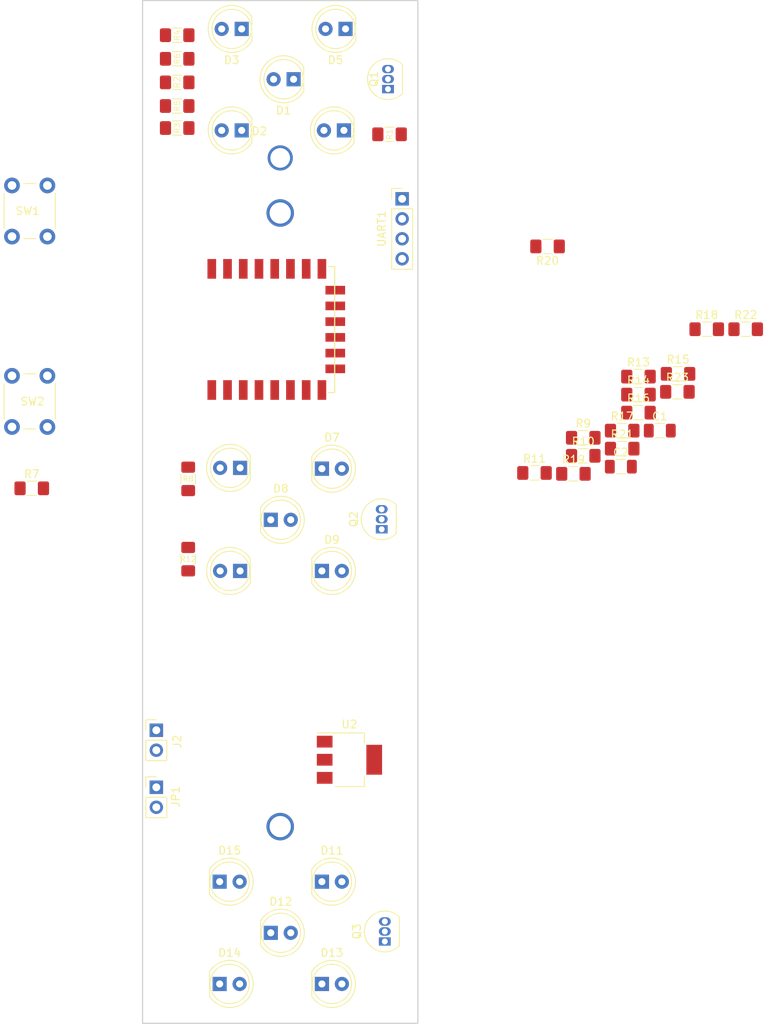
<source format=kicad_pcb>
(kicad_pcb (version 20171130) (host pcbnew "(5.0.1-3-g963ef8bb5)")

  (general
    (thickness 1.6)
    (drawings 4)
    (tracks 0)
    (zones 0)
    (modules 53)
    (nets 33)
  )

  (page A4)
  (layers
    (0 F.Cu signal)
    (31 B.Cu signal)
    (32 B.Adhes user)
    (33 F.Adhes user)
    (34 B.Paste user)
    (35 F.Paste user)
    (36 B.SilkS user)
    (37 F.SilkS user)
    (38 B.Mask user)
    (39 F.Mask user)
    (40 Dwgs.User user)
    (41 Cmts.User user)
    (42 Eco1.User user)
    (43 Eco2.User user)
    (44 Edge.Cuts user)
    (45 Margin user)
    (46 B.CrtYd user)
    (47 F.CrtYd user)
    (48 B.Fab user hide)
    (49 F.Fab user hide)
  )

  (setup
    (last_trace_width 0.25)
    (trace_clearance 0.2)
    (zone_clearance 0.508)
    (zone_45_only no)
    (trace_min 0.2)
    (segment_width 0.2)
    (edge_width 0.15)
    (via_size 0.8)
    (via_drill 0.4)
    (via_min_size 0.4)
    (via_min_drill 0.3)
    (uvia_size 0.3)
    (uvia_drill 0.1)
    (uvias_allowed no)
    (uvia_min_size 0.2)
    (uvia_min_drill 0.1)
    (pcb_text_width 0.3)
    (pcb_text_size 1.5 1.5)
    (mod_edge_width 0.15)
    (mod_text_size 1 1)
    (mod_text_width 0.15)
    (pad_size 3.2 3.2)
    (pad_drill 2.5)
    (pad_to_mask_clearance 0.051)
    (solder_mask_min_width 0.25)
    (aux_axis_origin 50 50)
    (visible_elements FFFFFF7F)
    (pcbplotparams
      (layerselection 0x010fc_ffffffff)
      (usegerberextensions false)
      (usegerberattributes false)
      (usegerberadvancedattributes false)
      (creategerberjobfile false)
      (excludeedgelayer true)
      (linewidth 0.100000)
      (plotframeref false)
      (viasonmask false)
      (mode 1)
      (useauxorigin false)
      (hpglpennumber 1)
      (hpglpenspeed 20)
      (hpglpendiameter 15.000000)
      (psnegative false)
      (psa4output false)
      (plotreference true)
      (plotvalue true)
      (plotinvisibletext false)
      (padsonsilk false)
      (subtractmaskfromsilk false)
      (outputformat 1)
      (mirror false)
      (drillshape 1)
      (scaleselection 1)
      (outputdirectory ""))
  )

  (net 0 "")
  (net 1 VCC)
  (net 2 GND)
  (net 3 "Net-(D1-Pad1)")
  (net 4 "Net-(D1-Pad2)")
  (net 5 "Net-(D2-Pad2)")
  (net 6 "Net-(D3-Pad2)")
  (net 7 "Net-(D4-Pad2)")
  (net 8 "Net-(D5-Pad2)")
  (net 9 "Net-(D6-Pad2)")
  (net 10 "Net-(D10-Pad1)")
  (net 11 "Net-(D7-Pad2)")
  (net 12 "Net-(D8-Pad2)")
  (net 13 "Net-(D9-Pad2)")
  (net 14 "Net-(D10-Pad2)")
  (net 15 "Net-(D11-Pad1)")
  (net 16 "Net-(D11-Pad2)")
  (net 17 "Net-(D12-Pad2)")
  (net 18 "Net-(D13-Pad2)")
  (net 19 "Net-(D14-Pad2)")
  (net 20 "Net-(D15-Pad2)")
  (net 21 "Net-(J2-Pad2)")
  (net 22 +5V)
  (net 23 /RED)
  (net 24 /YELLOW)
  (net 25 /GREEN)
  (net 26 "Net-(R19-Pad2)")
  (net 27 /RST)
  (net 28 /FLASH)
  (net 29 "Net-(R22-Pad1)")
  (net 30 "Net-(R23-Pad2)")
  (net 31 "Net-(U1-Pad15)")
  (net 32 "Net-(U1-Pad16)")

  (net_class Default "This is the default net class."
    (clearance 0.2)
    (trace_width 0.25)
    (via_dia 0.8)
    (via_drill 0.4)
    (uvia_dia 0.3)
    (uvia_drill 0.1)
    (add_net +5V)
    (add_net /FLASH)
    (add_net /GREEN)
    (add_net /RED)
    (add_net /RST)
    (add_net /YELLOW)
    (add_net GND)
    (add_net "Net-(D1-Pad1)")
    (add_net "Net-(D1-Pad2)")
    (add_net "Net-(D10-Pad1)")
    (add_net "Net-(D10-Pad2)")
    (add_net "Net-(D11-Pad1)")
    (add_net "Net-(D11-Pad2)")
    (add_net "Net-(D12-Pad2)")
    (add_net "Net-(D13-Pad2)")
    (add_net "Net-(D14-Pad2)")
    (add_net "Net-(D15-Pad2)")
    (add_net "Net-(D2-Pad2)")
    (add_net "Net-(D3-Pad2)")
    (add_net "Net-(D4-Pad2)")
    (add_net "Net-(D5-Pad2)")
    (add_net "Net-(D6-Pad2)")
    (add_net "Net-(D7-Pad2)")
    (add_net "Net-(D8-Pad2)")
    (add_net "Net-(D9-Pad2)")
    (add_net "Net-(J2-Pad2)")
    (add_net "Net-(R19-Pad2)")
    (add_net "Net-(R22-Pad1)")
    (add_net "Net-(R23-Pad2)")
    (add_net "Net-(U1-Pad15)")
    (add_net "Net-(U1-Pad16)")
    (add_net VCC)
  )

  (module istrukov:1pin_no_outline (layer F.Cu) (tedit 5C08D8DB) (tstamp 5C2DB96A)
    (at 67.8 70)
    (descr "module 1 pin (ou trou mecanique de percage)")
    (tags DEV)
    (fp_text reference REF** (at 0 -2.54) (layer F.SilkS) hide
      (effects (font (size 1 1) (thickness 0.15)))
    )
    (fp_text value 1pin (at 0 2.54) (layer F.Fab) hide
      (effects (font (size 1 1) (thickness 0.15)))
    )
    (pad "" thru_hole circle (at -0.3 0) (size 3.2 3.2) (drill 2.5) (layers *.Cu *.Mask))
  )

  (module istrukov:1pin_no_outline (layer F.Cu) (tedit 5C083F0F) (tstamp 5C2DB95E)
    (at 67.5 155)
    (descr "module 1 pin (ou trou mecanique de percage)")
    (tags DEV)
    (fp_text reference REF** (at 0 -2.54) (layer F.SilkS) hide
      (effects (font (size 1 1) (thickness 0.15)))
    )
    (fp_text value 1pin (at 0 2.54) (layer F.Fab) hide
      (effects (font (size 1 1) (thickness 0.15)))
    )
    (pad "" thru_hole circle (at 0 0) (size 3.5 3.5) (drill 2.7) (layers *.Cu *.Mask))
  )

  (module Capacitor_SMD:C_1206_3216Metric (layer F.Cu) (tedit 5B301BBE) (tstamp 5C2DB93A)
    (at 115.755001 104.665001)
    (descr "Capacitor SMD 1206 (3216 Metric), square (rectangular) end terminal, IPC_7351 nominal, (Body size source: http://www.tortai-tech.com/upload/download/2011102023233369053.pdf), generated with kicad-footprint-generator")
    (tags capacitor)
    (path /5C0A1679)
    (attr smd)
    (fp_text reference C1 (at 0 -1.82) (layer F.SilkS)
      (effects (font (size 1 1) (thickness 0.15)))
    )
    (fp_text value 0.1uF (at 0 1.82) (layer F.Fab)
      (effects (font (size 1 1) (thickness 0.15)))
    )
    (fp_line (start -1.6 0.8) (end -1.6 -0.8) (layer F.Fab) (width 0.1))
    (fp_line (start -1.6 -0.8) (end 1.6 -0.8) (layer F.Fab) (width 0.1))
    (fp_line (start 1.6 -0.8) (end 1.6 0.8) (layer F.Fab) (width 0.1))
    (fp_line (start 1.6 0.8) (end -1.6 0.8) (layer F.Fab) (width 0.1))
    (fp_line (start -0.602064 -0.91) (end 0.602064 -0.91) (layer F.SilkS) (width 0.12))
    (fp_line (start -0.602064 0.91) (end 0.602064 0.91) (layer F.SilkS) (width 0.12))
    (fp_line (start -2.28 1.12) (end -2.28 -1.12) (layer F.CrtYd) (width 0.05))
    (fp_line (start -2.28 -1.12) (end 2.28 -1.12) (layer F.CrtYd) (width 0.05))
    (fp_line (start 2.28 -1.12) (end 2.28 1.12) (layer F.CrtYd) (width 0.05))
    (fp_line (start 2.28 1.12) (end -2.28 1.12) (layer F.CrtYd) (width 0.05))
    (fp_text user %R (at 0 0) (layer F.Fab)
      (effects (font (size 0.8 0.8) (thickness 0.12)))
    )
    (pad 1 smd roundrect (at -1.4 0) (size 1.25 1.75) (layers F.Cu F.Paste F.Mask) (roundrect_rratio 0.2)
      (net 1 VCC))
    (pad 2 smd roundrect (at 1.4 0) (size 1.25 1.75) (layers F.Cu F.Paste F.Mask) (roundrect_rratio 0.2)
      (net 2 GND))
    (model ${KISYS3DMOD}/Capacitor_SMD.3dshapes/C_1206_3216Metric.wrl
      (at (xyz 0 0 0))
      (scale (xyz 1 1 1))
      (rotate (xyz 0 0 0))
    )
  )

  (module Capacitor_SMD:C_1206_3216Metric (layer F.Cu) (tedit 5B301BBE) (tstamp 5C2DB90A)
    (at 110.805001 109.245001)
    (descr "Capacitor SMD 1206 (3216 Metric), square (rectangular) end terminal, IPC_7351 nominal, (Body size source: http://www.tortai-tech.com/upload/download/2011102023233369053.pdf), generated with kicad-footprint-generator")
    (tags capacitor)
    (path /5C0E7E01)
    (attr smd)
    (fp_text reference C2 (at 0 -1.82) (layer F.SilkS)
      (effects (font (size 1 1) (thickness 0.15)))
    )
    (fp_text value 22uF (at 0 1.82) (layer F.Fab)
      (effects (font (size 1 1) (thickness 0.15)))
    )
    (fp_text user %R (at 0 0) (layer F.Fab)
      (effects (font (size 0.8 0.8) (thickness 0.12)))
    )
    (fp_line (start 2.28 1.12) (end -2.28 1.12) (layer F.CrtYd) (width 0.05))
    (fp_line (start 2.28 -1.12) (end 2.28 1.12) (layer F.CrtYd) (width 0.05))
    (fp_line (start -2.28 -1.12) (end 2.28 -1.12) (layer F.CrtYd) (width 0.05))
    (fp_line (start -2.28 1.12) (end -2.28 -1.12) (layer F.CrtYd) (width 0.05))
    (fp_line (start -0.602064 0.91) (end 0.602064 0.91) (layer F.SilkS) (width 0.12))
    (fp_line (start -0.602064 -0.91) (end 0.602064 -0.91) (layer F.SilkS) (width 0.12))
    (fp_line (start 1.6 0.8) (end -1.6 0.8) (layer F.Fab) (width 0.1))
    (fp_line (start 1.6 -0.8) (end 1.6 0.8) (layer F.Fab) (width 0.1))
    (fp_line (start -1.6 -0.8) (end 1.6 -0.8) (layer F.Fab) (width 0.1))
    (fp_line (start -1.6 0.8) (end -1.6 -0.8) (layer F.Fab) (width 0.1))
    (pad 2 smd roundrect (at 1.4 0) (size 1.25 1.75) (layers F.Cu F.Paste F.Mask) (roundrect_rratio 0.2)
      (net 2 GND))
    (pad 1 smd roundrect (at -1.4 0) (size 1.25 1.75) (layers F.Cu F.Paste F.Mask) (roundrect_rratio 0.2)
      (net 1 VCC))
    (model ${KISYS3DMOD}/Capacitor_SMD.3dshapes/C_1206_3216Metric.wrl
      (at (xyz 0 0 0))
      (scale (xyz 1 1 1))
      (rotate (xyz 0 0 0))
    )
  )

  (module LED_THT:LED_D5.0mm (layer F.Cu) (tedit 5995936A) (tstamp 5C2DB8D8)
    (at 69.2 60 180)
    (descr "LED, diameter 5.0mm, 2 pins, http://cdn-reichelt.de/documents/datenblatt/A500/LL-504BC2E-009.pdf")
    (tags "LED diameter 5.0mm 2 pins")
    (path /5C081D03)
    (fp_text reference D1 (at 1.27 -3.96 180) (layer F.SilkS)
      (effects (font (size 1 1) (thickness 0.15)))
    )
    (fp_text value LED (at 1.27 3.96 180) (layer F.Fab)
      (effects (font (size 1 1) (thickness 0.15)))
    )
    (fp_arc (start 1.27 0) (end -1.23 -1.469694) (angle 299.1) (layer F.Fab) (width 0.1))
    (fp_arc (start 1.27 0) (end -1.29 -1.54483) (angle 148.9) (layer F.SilkS) (width 0.12))
    (fp_arc (start 1.27 0) (end -1.29 1.54483) (angle -148.9) (layer F.SilkS) (width 0.12))
    (fp_circle (center 1.27 0) (end 3.77 0) (layer F.Fab) (width 0.1))
    (fp_circle (center 1.27 0) (end 3.77 0) (layer F.SilkS) (width 0.12))
    (fp_line (start -1.23 -1.469694) (end -1.23 1.469694) (layer F.Fab) (width 0.1))
    (fp_line (start -1.29 -1.545) (end -1.29 1.545) (layer F.SilkS) (width 0.12))
    (fp_line (start -1.95 -3.25) (end -1.95 3.25) (layer F.CrtYd) (width 0.05))
    (fp_line (start -1.95 3.25) (end 4.5 3.25) (layer F.CrtYd) (width 0.05))
    (fp_line (start 4.5 3.25) (end 4.5 -3.25) (layer F.CrtYd) (width 0.05))
    (fp_line (start 4.5 -3.25) (end -1.95 -3.25) (layer F.CrtYd) (width 0.05))
    (fp_text user %R (at 1.25 0 180) (layer F.Fab)
      (effects (font (size 0.8 0.8) (thickness 0.2)))
    )
    (pad 1 thru_hole rect (at 0 0 180) (size 1.8 1.8) (drill 0.9) (layers *.Cu *.Mask)
      (net 3 "Net-(D1-Pad1)"))
    (pad 2 thru_hole circle (at 2.54 0 180) (size 1.8 1.8) (drill 0.9) (layers *.Cu *.Mask)
      (net 4 "Net-(D1-Pad2)"))
    (model ${KISYS3DMOD}/LED_THT.3dshapes/LED_D5.0mm.wrl
      (at (xyz 0 0 0))
      (scale (xyz 1 1 1))
      (rotate (xyz 0 0 0))
    )
  )

  (module LED_THT:LED_D5.0mm (layer F.Cu) (tedit 5995936A) (tstamp 5C2DB8A5)
    (at 62.6 66.5 180)
    (descr "LED, diameter 5.0mm, 2 pins, http://cdn-reichelt.de/documents/datenblatt/A500/LL-504BC2E-009.pdf")
    (tags "LED diameter 5.0mm 2 pins")
    (path /5C0820C4)
    (fp_text reference D2 (at -2.25 -0.1 180) (layer F.SilkS)
      (effects (font (size 1 1) (thickness 0.15)))
    )
    (fp_text value LED (at 1.27 3.96 180) (layer F.Fab)
      (effects (font (size 1 1) (thickness 0.15)))
    )
    (fp_text user %R (at 1.25 0 180) (layer F.Fab)
      (effects (font (size 0.8 0.8) (thickness 0.2)))
    )
    (fp_line (start 4.5 -3.25) (end -1.95 -3.25) (layer F.CrtYd) (width 0.05))
    (fp_line (start 4.5 3.25) (end 4.5 -3.25) (layer F.CrtYd) (width 0.05))
    (fp_line (start -1.95 3.25) (end 4.5 3.25) (layer F.CrtYd) (width 0.05))
    (fp_line (start -1.95 -3.25) (end -1.95 3.25) (layer F.CrtYd) (width 0.05))
    (fp_line (start -1.29 -1.545) (end -1.29 1.545) (layer F.SilkS) (width 0.12))
    (fp_line (start -1.23 -1.469694) (end -1.23 1.469694) (layer F.Fab) (width 0.1))
    (fp_circle (center 1.27 0) (end 3.77 0) (layer F.SilkS) (width 0.12))
    (fp_circle (center 1.27 0) (end 3.77 0) (layer F.Fab) (width 0.1))
    (fp_arc (start 1.27 0) (end -1.29 1.54483) (angle -148.9) (layer F.SilkS) (width 0.12))
    (fp_arc (start 1.27 0) (end -1.29 -1.54483) (angle 148.9) (layer F.SilkS) (width 0.12))
    (fp_arc (start 1.27 0) (end -1.23 -1.469694) (angle 299.1) (layer F.Fab) (width 0.1))
    (pad 2 thru_hole circle (at 2.54 0 180) (size 1.8 1.8) (drill 0.9) (layers *.Cu *.Mask)
      (net 5 "Net-(D2-Pad2)"))
    (pad 1 thru_hole rect (at 0 0 180) (size 1.8 1.8) (drill 0.9) (layers *.Cu *.Mask)
      (net 3 "Net-(D1-Pad1)"))
    (model ${KISYS3DMOD}/LED_THT.3dshapes/LED_D5.0mm.wrl
      (at (xyz 0 0 0))
      (scale (xyz 1 1 1))
      (rotate (xyz 0 0 0))
    )
  )

  (module LED_THT:LED_D5.0mm (layer F.Cu) (tedit 5995936A) (tstamp 5C2DB1CA)
    (at 62.6 53.6 180)
    (descr "LED, diameter 5.0mm, 2 pins, http://cdn-reichelt.de/documents/datenblatt/A500/LL-504BC2E-009.pdf")
    (tags "LED diameter 5.0mm 2 pins")
    (path /5C082106)
    (fp_text reference D3 (at 1.27 -3.96 180) (layer F.SilkS)
      (effects (font (size 1 1) (thickness 0.15)))
    )
    (fp_text value LED (at 1.27 3.96 180) (layer F.Fab)
      (effects (font (size 1 1) (thickness 0.15)))
    )
    (fp_arc (start 1.27 0) (end -1.23 -1.469694) (angle 299.1) (layer F.Fab) (width 0.1))
    (fp_arc (start 1.27 0) (end -1.29 -1.54483) (angle 148.9) (layer F.SilkS) (width 0.12))
    (fp_arc (start 1.27 0) (end -1.29 1.54483) (angle -148.9) (layer F.SilkS) (width 0.12))
    (fp_circle (center 1.27 0) (end 3.77 0) (layer F.Fab) (width 0.1))
    (fp_circle (center 1.27 0) (end 3.77 0) (layer F.SilkS) (width 0.12))
    (fp_line (start -1.23 -1.469694) (end -1.23 1.469694) (layer F.Fab) (width 0.1))
    (fp_line (start -1.29 -1.545) (end -1.29 1.545) (layer F.SilkS) (width 0.12))
    (fp_line (start -1.95 -3.25) (end -1.95 3.25) (layer F.CrtYd) (width 0.05))
    (fp_line (start -1.95 3.25) (end 4.5 3.25) (layer F.CrtYd) (width 0.05))
    (fp_line (start 4.5 3.25) (end 4.5 -3.25) (layer F.CrtYd) (width 0.05))
    (fp_line (start 4.5 -3.25) (end -1.95 -3.25) (layer F.CrtYd) (width 0.05))
    (fp_text user %R (at 1.25 0 180) (layer F.Fab)
      (effects (font (size 0.8 0.8) (thickness 0.2)))
    )
    (pad 1 thru_hole rect (at 0 0 180) (size 1.8 1.8) (drill 0.9) (layers *.Cu *.Mask)
      (net 3 "Net-(D1-Pad1)"))
    (pad 2 thru_hole circle (at 2.54 0 180) (size 1.8 1.8) (drill 0.9) (layers *.Cu *.Mask)
      (net 6 "Net-(D3-Pad2)"))
    (model ${KISYS3DMOD}/LED_THT.3dshapes/LED_D5.0mm.wrl
      (at (xyz 0 0 0))
      (scale (xyz 1 1 1))
      (rotate (xyz 0 0 0))
    )
  )

  (module LED_THT:LED_D5.0mm (layer F.Cu) (tedit 5C08DB4A) (tstamp 5C2DB197)
    (at 75.6 66.5 180)
    (descr "LED, diameter 5.0mm, 2 pins, http://cdn-reichelt.de/documents/datenblatt/A500/LL-504BC2E-009.pdf")
    (tags "LED diameter 5.0mm 2 pins")
    (path /5C0821D8)
    (fp_text reference D4 (at -2.25 0.1 180) (layer F.SilkS) hide
      (effects (font (size 1 1) (thickness 0.15)))
    )
    (fp_text value LED (at 1.27 3.96 180) (layer F.Fab)
      (effects (font (size 1 1) (thickness 0.15)))
    )
    (fp_text user %R (at 1.25 0 180) (layer F.Fab)
      (effects (font (size 0.8 0.8) (thickness 0.2)))
    )
    (fp_line (start 4.5 -3.25) (end -1.95 -3.25) (layer F.CrtYd) (width 0.05))
    (fp_line (start 4.5 3.25) (end 4.5 -3.25) (layer F.CrtYd) (width 0.05))
    (fp_line (start -1.95 3.25) (end 4.5 3.25) (layer F.CrtYd) (width 0.05))
    (fp_line (start -1.95 -3.25) (end -1.95 3.25) (layer F.CrtYd) (width 0.05))
    (fp_line (start -1.29 -1.545) (end -1.29 1.545) (layer F.SilkS) (width 0.12))
    (fp_line (start -1.23 -1.469694) (end -1.23 1.469694) (layer F.Fab) (width 0.1))
    (fp_circle (center 1.27 0) (end 3.77 0) (layer F.SilkS) (width 0.12))
    (fp_circle (center 1.27 0) (end 3.77 0) (layer F.Fab) (width 0.1))
    (fp_arc (start 1.27 0) (end -1.29 1.54483) (angle -148.9) (layer F.SilkS) (width 0.12))
    (fp_arc (start 1.27 0) (end -1.29 -1.54483) (angle 148.9) (layer F.SilkS) (width 0.12))
    (fp_arc (start 1.27 0) (end -1.23 -1.469694) (angle 299.1) (layer F.Fab) (width 0.1))
    (pad 2 thru_hole circle (at 2.54 0 180) (size 1.8 1.8) (drill 0.9) (layers *.Cu *.Mask)
      (net 7 "Net-(D4-Pad2)"))
    (pad 1 thru_hole rect (at 0 0 180) (size 1.8 1.8) (drill 0.9) (layers *.Cu *.Mask)
      (net 3 "Net-(D1-Pad1)"))
    (model ${KISYS3DMOD}/LED_THT.3dshapes/LED_D5.0mm.wrl
      (at (xyz 0 0 0))
      (scale (xyz 1 1 1))
      (rotate (xyz 0 0 0))
    )
  )

  (module LED_THT:LED_D5.0mm (layer F.Cu) (tedit 5995936A) (tstamp 5C2DB6B6)
    (at 75.8 53.6 180)
    (descr "LED, diameter 5.0mm, 2 pins, http://cdn-reichelt.de/documents/datenblatt/A500/LL-504BC2E-009.pdf")
    (tags "LED diameter 5.0mm 2 pins")
    (path /5C08222F)
    (fp_text reference D5 (at 1.27 -3.96 180) (layer F.SilkS)
      (effects (font (size 1 1) (thickness 0.15)))
    )
    (fp_text value LED (at 1.27 3.96 180) (layer F.Fab)
      (effects (font (size 1 1) (thickness 0.15)))
    )
    (fp_arc (start 1.27 0) (end -1.23 -1.469694) (angle 299.1) (layer F.Fab) (width 0.1))
    (fp_arc (start 1.27 0) (end -1.29 -1.54483) (angle 148.9) (layer F.SilkS) (width 0.12))
    (fp_arc (start 1.27 0) (end -1.29 1.54483) (angle -148.9) (layer F.SilkS) (width 0.12))
    (fp_circle (center 1.27 0) (end 3.77 0) (layer F.Fab) (width 0.1))
    (fp_circle (center 1.27 0) (end 3.77 0) (layer F.SilkS) (width 0.12))
    (fp_line (start -1.23 -1.469694) (end -1.23 1.469694) (layer F.Fab) (width 0.1))
    (fp_line (start -1.29 -1.545) (end -1.29 1.545) (layer F.SilkS) (width 0.12))
    (fp_line (start -1.95 -3.25) (end -1.95 3.25) (layer F.CrtYd) (width 0.05))
    (fp_line (start -1.95 3.25) (end 4.5 3.25) (layer F.CrtYd) (width 0.05))
    (fp_line (start 4.5 3.25) (end 4.5 -3.25) (layer F.CrtYd) (width 0.05))
    (fp_line (start 4.5 -3.25) (end -1.95 -3.25) (layer F.CrtYd) (width 0.05))
    (fp_text user %R (at 1.25 0 180) (layer F.Fab)
      (effects (font (size 0.8 0.8) (thickness 0.2)))
    )
    (pad 1 thru_hole rect (at 0 0 180) (size 1.8 1.8) (drill 0.9) (layers *.Cu *.Mask)
      (net 3 "Net-(D1-Pad1)"))
    (pad 2 thru_hole circle (at 2.54 0 180) (size 1.8 1.8) (drill 0.9) (layers *.Cu *.Mask)
      (net 8 "Net-(D5-Pad2)"))
    (model ${KISYS3DMOD}/LED_THT.3dshapes/LED_D5.0mm.wrl
      (at (xyz 0 0 0))
      (scale (xyz 1 1 1))
      (rotate (xyz 0 0 0))
    )
  )

  (module LED_THT:LED_D5.0mm (layer F.Cu) (tedit 5C08DA3E) (tstamp 5C2DB164)
    (at 62.4 109.4 180)
    (descr "LED, diameter 5.0mm, 2 pins, http://cdn-reichelt.de/documents/datenblatt/A500/LL-504BC2E-009.pdf")
    (tags "LED diameter 5.0mm 2 pins")
    (path /5C087D2D)
    (fp_text reference D6 (at 1.27 -3.96 180) (layer F.SilkS) hide
      (effects (font (size 1 1) (thickness 0.15)))
    )
    (fp_text value LED (at 1.27 3.96 180) (layer F.Fab)
      (effects (font (size 1 1) (thickness 0.15)))
    )
    (fp_text user %R (at 1.25 0 180) (layer F.Fab)
      (effects (font (size 0.8 0.8) (thickness 0.2)))
    )
    (fp_line (start 4.5 -3.25) (end -1.95 -3.25) (layer F.CrtYd) (width 0.05))
    (fp_line (start 4.5 3.25) (end 4.5 -3.25) (layer F.CrtYd) (width 0.05))
    (fp_line (start -1.95 3.25) (end 4.5 3.25) (layer F.CrtYd) (width 0.05))
    (fp_line (start -1.95 -3.25) (end -1.95 3.25) (layer F.CrtYd) (width 0.05))
    (fp_line (start -1.29 -1.545) (end -1.29 1.545) (layer F.SilkS) (width 0.12))
    (fp_line (start -1.23 -1.469694) (end -1.23 1.469694) (layer F.Fab) (width 0.1))
    (fp_circle (center 1.27 0) (end 3.77 0) (layer F.SilkS) (width 0.12))
    (fp_circle (center 1.27 0) (end 3.77 0) (layer F.Fab) (width 0.1))
    (fp_arc (start 1.27 0) (end -1.29 1.54483) (angle -148.9) (layer F.SilkS) (width 0.12))
    (fp_arc (start 1.27 0) (end -1.29 -1.54483) (angle 148.9) (layer F.SilkS) (width 0.12))
    (fp_arc (start 1.27 0) (end -1.23 -1.469694) (angle 299.1) (layer F.Fab) (width 0.1))
    (pad 2 thru_hole circle (at 2.54 0 180) (size 1.8 1.8) (drill 0.9) (layers *.Cu *.Mask)
      (net 9 "Net-(D6-Pad2)"))
    (pad 1 thru_hole rect (at 0 0 180) (size 1.8 1.8) (drill 0.9) (layers *.Cu *.Mask)
      (net 10 "Net-(D10-Pad1)"))
    (model ${KISYS3DMOD}/LED_THT.3dshapes/LED_D5.0mm.wrl
      (at (xyz 0 0 0))
      (scale (xyz 1 1 1))
      (rotate (xyz 0 0 0))
    )
  )

  (module LED_THT:LED_D5.0mm (layer F.Cu) (tedit 5995936A) (tstamp 5C2DB4B2)
    (at 72.8 109.5)
    (descr "LED, diameter 5.0mm, 2 pins, http://cdn-reichelt.de/documents/datenblatt/A500/LL-504BC2E-009.pdf")
    (tags "LED diameter 5.0mm 2 pins")
    (path /5C087D34)
    (fp_text reference D7 (at 1.27 -3.96) (layer F.SilkS)
      (effects (font (size 1 1) (thickness 0.15)))
    )
    (fp_text value LED (at 1.27 3.96) (layer F.Fab)
      (effects (font (size 1 1) (thickness 0.15)))
    )
    (fp_arc (start 1.27 0) (end -1.23 -1.469694) (angle 299.1) (layer F.Fab) (width 0.1))
    (fp_arc (start 1.27 0) (end -1.29 -1.54483) (angle 148.9) (layer F.SilkS) (width 0.12))
    (fp_arc (start 1.27 0) (end -1.29 1.54483) (angle -148.9) (layer F.SilkS) (width 0.12))
    (fp_circle (center 1.27 0) (end 3.77 0) (layer F.Fab) (width 0.1))
    (fp_circle (center 1.27 0) (end 3.77 0) (layer F.SilkS) (width 0.12))
    (fp_line (start -1.23 -1.469694) (end -1.23 1.469694) (layer F.Fab) (width 0.1))
    (fp_line (start -1.29 -1.545) (end -1.29 1.545) (layer F.SilkS) (width 0.12))
    (fp_line (start -1.95 -3.25) (end -1.95 3.25) (layer F.CrtYd) (width 0.05))
    (fp_line (start -1.95 3.25) (end 4.5 3.25) (layer F.CrtYd) (width 0.05))
    (fp_line (start 4.5 3.25) (end 4.5 -3.25) (layer F.CrtYd) (width 0.05))
    (fp_line (start 4.5 -3.25) (end -1.95 -3.25) (layer F.CrtYd) (width 0.05))
    (fp_text user %R (at 1.25 0) (layer F.Fab)
      (effects (font (size 0.8 0.8) (thickness 0.2)))
    )
    (pad 1 thru_hole rect (at 0 0) (size 1.8 1.8) (drill 0.9) (layers *.Cu *.Mask)
      (net 10 "Net-(D10-Pad1)"))
    (pad 2 thru_hole circle (at 2.54 0) (size 1.8 1.8) (drill 0.9) (layers *.Cu *.Mask)
      (net 11 "Net-(D7-Pad2)"))
    (model ${KISYS3DMOD}/LED_THT.3dshapes/LED_D5.0mm.wrl
      (at (xyz 0 0 0))
      (scale (xyz 1 1 1))
      (rotate (xyz 0 0 0))
    )
  )

  (module LED_THT:LED_D5.0mm (layer F.Cu) (tedit 5995936A) (tstamp 5C2DB47F)
    (at 66.3 116)
    (descr "LED, diameter 5.0mm, 2 pins, http://cdn-reichelt.de/documents/datenblatt/A500/LL-504BC2E-009.pdf")
    (tags "LED diameter 5.0mm 2 pins")
    (path /5C087D3B)
    (fp_text reference D8 (at 1.27 -3.96) (layer F.SilkS)
      (effects (font (size 1 1) (thickness 0.15)))
    )
    (fp_text value LED (at 1.27 3.96) (layer F.Fab)
      (effects (font (size 1 1) (thickness 0.15)))
    )
    (fp_text user %R (at 1.25 0) (layer F.Fab)
      (effects (font (size 0.8 0.8) (thickness 0.2)))
    )
    (fp_line (start 4.5 -3.25) (end -1.95 -3.25) (layer F.CrtYd) (width 0.05))
    (fp_line (start 4.5 3.25) (end 4.5 -3.25) (layer F.CrtYd) (width 0.05))
    (fp_line (start -1.95 3.25) (end 4.5 3.25) (layer F.CrtYd) (width 0.05))
    (fp_line (start -1.95 -3.25) (end -1.95 3.25) (layer F.CrtYd) (width 0.05))
    (fp_line (start -1.29 -1.545) (end -1.29 1.545) (layer F.SilkS) (width 0.12))
    (fp_line (start -1.23 -1.469694) (end -1.23 1.469694) (layer F.Fab) (width 0.1))
    (fp_circle (center 1.27 0) (end 3.77 0) (layer F.SilkS) (width 0.12))
    (fp_circle (center 1.27 0) (end 3.77 0) (layer F.Fab) (width 0.1))
    (fp_arc (start 1.27 0) (end -1.29 1.54483) (angle -148.9) (layer F.SilkS) (width 0.12))
    (fp_arc (start 1.27 0) (end -1.29 -1.54483) (angle 148.9) (layer F.SilkS) (width 0.12))
    (fp_arc (start 1.27 0) (end -1.23 -1.469694) (angle 299.1) (layer F.Fab) (width 0.1))
    (pad 2 thru_hole circle (at 2.54 0) (size 1.8 1.8) (drill 0.9) (layers *.Cu *.Mask)
      (net 12 "Net-(D8-Pad2)"))
    (pad 1 thru_hole rect (at 0 0) (size 1.8 1.8) (drill 0.9) (layers *.Cu *.Mask)
      (net 10 "Net-(D10-Pad1)"))
    (model ${KISYS3DMOD}/LED_THT.3dshapes/LED_D5.0mm.wrl
      (at (xyz 0 0 0))
      (scale (xyz 1 1 1))
      (rotate (xyz 0 0 0))
    )
  )

  (module LED_THT:LED_D5.0mm (layer F.Cu) (tedit 5995936A) (tstamp 5C2DB44C)
    (at 72.8 122.5)
    (descr "LED, diameter 5.0mm, 2 pins, http://cdn-reichelt.de/documents/datenblatt/A500/LL-504BC2E-009.pdf")
    (tags "LED diameter 5.0mm 2 pins")
    (path /5C087D42)
    (fp_text reference D9 (at 1.27 -3.96) (layer F.SilkS)
      (effects (font (size 1 1) (thickness 0.15)))
    )
    (fp_text value LED (at 1.27 3.96) (layer F.Fab)
      (effects (font (size 1 1) (thickness 0.15)))
    )
    (fp_arc (start 1.27 0) (end -1.23 -1.469694) (angle 299.1) (layer F.Fab) (width 0.1))
    (fp_arc (start 1.27 0) (end -1.29 -1.54483) (angle 148.9) (layer F.SilkS) (width 0.12))
    (fp_arc (start 1.27 0) (end -1.29 1.54483) (angle -148.9) (layer F.SilkS) (width 0.12))
    (fp_circle (center 1.27 0) (end 3.77 0) (layer F.Fab) (width 0.1))
    (fp_circle (center 1.27 0) (end 3.77 0) (layer F.SilkS) (width 0.12))
    (fp_line (start -1.23 -1.469694) (end -1.23 1.469694) (layer F.Fab) (width 0.1))
    (fp_line (start -1.29 -1.545) (end -1.29 1.545) (layer F.SilkS) (width 0.12))
    (fp_line (start -1.95 -3.25) (end -1.95 3.25) (layer F.CrtYd) (width 0.05))
    (fp_line (start -1.95 3.25) (end 4.5 3.25) (layer F.CrtYd) (width 0.05))
    (fp_line (start 4.5 3.25) (end 4.5 -3.25) (layer F.CrtYd) (width 0.05))
    (fp_line (start 4.5 -3.25) (end -1.95 -3.25) (layer F.CrtYd) (width 0.05))
    (fp_text user %R (at 1.25 0) (layer F.Fab)
      (effects (font (size 0.8 0.8) (thickness 0.2)))
    )
    (pad 1 thru_hole rect (at 0 0) (size 1.8 1.8) (drill 0.9) (layers *.Cu *.Mask)
      (net 10 "Net-(D10-Pad1)"))
    (pad 2 thru_hole circle (at 2.54 0) (size 1.8 1.8) (drill 0.9) (layers *.Cu *.Mask)
      (net 13 "Net-(D9-Pad2)"))
    (model ${KISYS3DMOD}/LED_THT.3dshapes/LED_D5.0mm.wrl
      (at (xyz 0 0 0))
      (scale (xyz 1 1 1))
      (rotate (xyz 0 0 0))
    )
  )

  (module LED_THT:LED_D5.0mm (layer F.Cu) (tedit 5C08DA3A) (tstamp 5C2DB419)
    (at 62.4 122.5 180)
    (descr "LED, diameter 5.0mm, 2 pins, http://cdn-reichelt.de/documents/datenblatt/A500/LL-504BC2E-009.pdf")
    (tags "LED diameter 5.0mm 2 pins")
    (path /5C087D49)
    (fp_text reference D10 (at 1.27 -3.96 180) (layer F.SilkS) hide
      (effects (font (size 1 1) (thickness 0.15)))
    )
    (fp_text value LED (at 1.27 3.96 180) (layer F.Fab)
      (effects (font (size 1 1) (thickness 0.15)))
    )
    (fp_text user %R (at 1.25 0 180) (layer F.Fab)
      (effects (font (size 0.8 0.8) (thickness 0.2)))
    )
    (fp_line (start 4.5 -3.25) (end -1.95 -3.25) (layer F.CrtYd) (width 0.05))
    (fp_line (start 4.5 3.25) (end 4.5 -3.25) (layer F.CrtYd) (width 0.05))
    (fp_line (start -1.95 3.25) (end 4.5 3.25) (layer F.CrtYd) (width 0.05))
    (fp_line (start -1.95 -3.25) (end -1.95 3.25) (layer F.CrtYd) (width 0.05))
    (fp_line (start -1.29 -1.545) (end -1.29 1.545) (layer F.SilkS) (width 0.12))
    (fp_line (start -1.23 -1.469694) (end -1.23 1.469694) (layer F.Fab) (width 0.1))
    (fp_circle (center 1.27 0) (end 3.77 0) (layer F.SilkS) (width 0.12))
    (fp_circle (center 1.27 0) (end 3.77 0) (layer F.Fab) (width 0.1))
    (fp_arc (start 1.27 0) (end -1.29 1.54483) (angle -148.9) (layer F.SilkS) (width 0.12))
    (fp_arc (start 1.27 0) (end -1.29 -1.54483) (angle 148.9) (layer F.SilkS) (width 0.12))
    (fp_arc (start 1.27 0) (end -1.23 -1.469694) (angle 299.1) (layer F.Fab) (width 0.1))
    (pad 2 thru_hole circle (at 2.54 0 180) (size 1.8 1.8) (drill 0.9) (layers *.Cu *.Mask)
      (net 14 "Net-(D10-Pad2)"))
    (pad 1 thru_hole rect (at 0 0 180) (size 1.8 1.8) (drill 0.9) (layers *.Cu *.Mask)
      (net 10 "Net-(D10-Pad1)"))
    (model ${KISYS3DMOD}/LED_THT.3dshapes/LED_D5.0mm.wrl
      (at (xyz 0 0 0))
      (scale (xyz 1 1 1))
      (rotate (xyz 0 0 0))
    )
  )

  (module LED_THT:LED_D5.0mm (layer F.Cu) (tedit 5995936A) (tstamp 5C2DB3E6)
    (at 72.8 162)
    (descr "LED, diameter 5.0mm, 2 pins, http://cdn-reichelt.de/documents/datenblatt/A500/LL-504BC2E-009.pdf")
    (tags "LED diameter 5.0mm 2 pins")
    (path /5C089E22)
    (fp_text reference D11 (at 1.27 -3.96) (layer F.SilkS)
      (effects (font (size 1 1) (thickness 0.15)))
    )
    (fp_text value LED (at 1.27 3.96) (layer F.Fab)
      (effects (font (size 1 1) (thickness 0.15)))
    )
    (fp_arc (start 1.27 0) (end -1.23 -1.469694) (angle 299.1) (layer F.Fab) (width 0.1))
    (fp_arc (start 1.27 0) (end -1.29 -1.54483) (angle 148.9) (layer F.SilkS) (width 0.12))
    (fp_arc (start 1.27 0) (end -1.29 1.54483) (angle -148.9) (layer F.SilkS) (width 0.12))
    (fp_circle (center 1.27 0) (end 3.77 0) (layer F.Fab) (width 0.1))
    (fp_circle (center 1.27 0) (end 3.77 0) (layer F.SilkS) (width 0.12))
    (fp_line (start -1.23 -1.469694) (end -1.23 1.469694) (layer F.Fab) (width 0.1))
    (fp_line (start -1.29 -1.545) (end -1.29 1.545) (layer F.SilkS) (width 0.12))
    (fp_line (start -1.95 -3.25) (end -1.95 3.25) (layer F.CrtYd) (width 0.05))
    (fp_line (start -1.95 3.25) (end 4.5 3.25) (layer F.CrtYd) (width 0.05))
    (fp_line (start 4.5 3.25) (end 4.5 -3.25) (layer F.CrtYd) (width 0.05))
    (fp_line (start 4.5 -3.25) (end -1.95 -3.25) (layer F.CrtYd) (width 0.05))
    (fp_text user %R (at 1.25 0) (layer F.Fab)
      (effects (font (size 0.8 0.8) (thickness 0.2)))
    )
    (pad 1 thru_hole rect (at 0 0) (size 1.8 1.8) (drill 0.9) (layers *.Cu *.Mask)
      (net 15 "Net-(D11-Pad1)"))
    (pad 2 thru_hole circle (at 2.54 0) (size 1.8 1.8) (drill 0.9) (layers *.Cu *.Mask)
      (net 16 "Net-(D11-Pad2)"))
    (model ${KISYS3DMOD}/LED_THT.3dshapes/LED_D5.0mm.wrl
      (at (xyz 0 0 0))
      (scale (xyz 1 1 1))
      (rotate (xyz 0 0 0))
    )
  )

  (module LED_THT:LED_D5.0mm (layer F.Cu) (tedit 5995936A) (tstamp 5C2DB3B3)
    (at 66.3 168.5)
    (descr "LED, diameter 5.0mm, 2 pins, http://cdn-reichelt.de/documents/datenblatt/A500/LL-504BC2E-009.pdf")
    (tags "LED diameter 5.0mm 2 pins")
    (path /5C089E28)
    (fp_text reference D12 (at 1.27 -3.96) (layer F.SilkS)
      (effects (font (size 1 1) (thickness 0.15)))
    )
    (fp_text value LED (at 1.27 3.96) (layer F.Fab)
      (effects (font (size 1 1) (thickness 0.15)))
    )
    (fp_text user %R (at 1.25 0) (layer F.Fab)
      (effects (font (size 0.8 0.8) (thickness 0.2)))
    )
    (fp_line (start 4.5 -3.25) (end -1.95 -3.25) (layer F.CrtYd) (width 0.05))
    (fp_line (start 4.5 3.25) (end 4.5 -3.25) (layer F.CrtYd) (width 0.05))
    (fp_line (start -1.95 3.25) (end 4.5 3.25) (layer F.CrtYd) (width 0.05))
    (fp_line (start -1.95 -3.25) (end -1.95 3.25) (layer F.CrtYd) (width 0.05))
    (fp_line (start -1.29 -1.545) (end -1.29 1.545) (layer F.SilkS) (width 0.12))
    (fp_line (start -1.23 -1.469694) (end -1.23 1.469694) (layer F.Fab) (width 0.1))
    (fp_circle (center 1.27 0) (end 3.77 0) (layer F.SilkS) (width 0.12))
    (fp_circle (center 1.27 0) (end 3.77 0) (layer F.Fab) (width 0.1))
    (fp_arc (start 1.27 0) (end -1.29 1.54483) (angle -148.9) (layer F.SilkS) (width 0.12))
    (fp_arc (start 1.27 0) (end -1.29 -1.54483) (angle 148.9) (layer F.SilkS) (width 0.12))
    (fp_arc (start 1.27 0) (end -1.23 -1.469694) (angle 299.1) (layer F.Fab) (width 0.1))
    (pad 2 thru_hole circle (at 2.54 0) (size 1.8 1.8) (drill 0.9) (layers *.Cu *.Mask)
      (net 17 "Net-(D12-Pad2)"))
    (pad 1 thru_hole rect (at 0 0) (size 1.8 1.8) (drill 0.9) (layers *.Cu *.Mask)
      (net 15 "Net-(D11-Pad1)"))
    (model ${KISYS3DMOD}/LED_THT.3dshapes/LED_D5.0mm.wrl
      (at (xyz 0 0 0))
      (scale (xyz 1 1 1))
      (rotate (xyz 0 0 0))
    )
  )

  (module LED_THT:LED_D5.0mm (layer F.Cu) (tedit 5995936A) (tstamp 5C2DB380)
    (at 72.8 175)
    (descr "LED, diameter 5.0mm, 2 pins, http://cdn-reichelt.de/documents/datenblatt/A500/LL-504BC2E-009.pdf")
    (tags "LED diameter 5.0mm 2 pins")
    (path /5C089E2E)
    (fp_text reference D13 (at 1.27 -3.96) (layer F.SilkS)
      (effects (font (size 1 1) (thickness 0.15)))
    )
    (fp_text value LED (at 1.27 3.96) (layer F.Fab)
      (effects (font (size 1 1) (thickness 0.15)))
    )
    (fp_arc (start 1.27 0) (end -1.23 -1.469694) (angle 299.1) (layer F.Fab) (width 0.1))
    (fp_arc (start 1.27 0) (end -1.29 -1.54483) (angle 148.9) (layer F.SilkS) (width 0.12))
    (fp_arc (start 1.27 0) (end -1.29 1.54483) (angle -148.9) (layer F.SilkS) (width 0.12))
    (fp_circle (center 1.27 0) (end 3.77 0) (layer F.Fab) (width 0.1))
    (fp_circle (center 1.27 0) (end 3.77 0) (layer F.SilkS) (width 0.12))
    (fp_line (start -1.23 -1.469694) (end -1.23 1.469694) (layer F.Fab) (width 0.1))
    (fp_line (start -1.29 -1.545) (end -1.29 1.545) (layer F.SilkS) (width 0.12))
    (fp_line (start -1.95 -3.25) (end -1.95 3.25) (layer F.CrtYd) (width 0.05))
    (fp_line (start -1.95 3.25) (end 4.5 3.25) (layer F.CrtYd) (width 0.05))
    (fp_line (start 4.5 3.25) (end 4.5 -3.25) (layer F.CrtYd) (width 0.05))
    (fp_line (start 4.5 -3.25) (end -1.95 -3.25) (layer F.CrtYd) (width 0.05))
    (fp_text user %R (at 1.25 0) (layer F.Fab)
      (effects (font (size 0.8 0.8) (thickness 0.2)))
    )
    (pad 1 thru_hole rect (at 0 0) (size 1.8 1.8) (drill 0.9) (layers *.Cu *.Mask)
      (net 15 "Net-(D11-Pad1)"))
    (pad 2 thru_hole circle (at 2.54 0) (size 1.8 1.8) (drill 0.9) (layers *.Cu *.Mask)
      (net 18 "Net-(D13-Pad2)"))
    (model ${KISYS3DMOD}/LED_THT.3dshapes/LED_D5.0mm.wrl
      (at (xyz 0 0 0))
      (scale (xyz 1 1 1))
      (rotate (xyz 0 0 0))
    )
  )

  (module LED_THT:LED_D5.0mm (layer F.Cu) (tedit 5995936A) (tstamp 5C2DB34D)
    (at 59.8 175)
    (descr "LED, diameter 5.0mm, 2 pins, http://cdn-reichelt.de/documents/datenblatt/A500/LL-504BC2E-009.pdf")
    (tags "LED diameter 5.0mm 2 pins")
    (path /5C089E34)
    (fp_text reference D14 (at 1.27 -3.96) (layer F.SilkS)
      (effects (font (size 1 1) (thickness 0.15)))
    )
    (fp_text value LED (at 1.27 3.96) (layer F.Fab)
      (effects (font (size 1 1) (thickness 0.15)))
    )
    (fp_arc (start 1.27 0) (end -1.23 -1.469694) (angle 299.1) (layer F.Fab) (width 0.1))
    (fp_arc (start 1.27 0) (end -1.29 -1.54483) (angle 148.9) (layer F.SilkS) (width 0.12))
    (fp_arc (start 1.27 0) (end -1.29 1.54483) (angle -148.9) (layer F.SilkS) (width 0.12))
    (fp_circle (center 1.27 0) (end 3.77 0) (layer F.Fab) (width 0.1))
    (fp_circle (center 1.27 0) (end 3.77 0) (layer F.SilkS) (width 0.12))
    (fp_line (start -1.23 -1.469694) (end -1.23 1.469694) (layer F.Fab) (width 0.1))
    (fp_line (start -1.29 -1.545) (end -1.29 1.545) (layer F.SilkS) (width 0.12))
    (fp_line (start -1.95 -3.25) (end -1.95 3.25) (layer F.CrtYd) (width 0.05))
    (fp_line (start -1.95 3.25) (end 4.5 3.25) (layer F.CrtYd) (width 0.05))
    (fp_line (start 4.5 3.25) (end 4.5 -3.25) (layer F.CrtYd) (width 0.05))
    (fp_line (start 4.5 -3.25) (end -1.95 -3.25) (layer F.CrtYd) (width 0.05))
    (fp_text user %R (at 1.25 0) (layer F.Fab)
      (effects (font (size 0.8 0.8) (thickness 0.2)))
    )
    (pad 1 thru_hole rect (at 0 0) (size 1.8 1.8) (drill 0.9) (layers *.Cu *.Mask)
      (net 15 "Net-(D11-Pad1)"))
    (pad 2 thru_hole circle (at 2.54 0) (size 1.8 1.8) (drill 0.9) (layers *.Cu *.Mask)
      (net 19 "Net-(D14-Pad2)"))
    (model ${KISYS3DMOD}/LED_THT.3dshapes/LED_D5.0mm.wrl
      (at (xyz 0 0 0))
      (scale (xyz 1 1 1))
      (rotate (xyz 0 0 0))
    )
  )

  (module LED_THT:LED_D5.0mm (layer F.Cu) (tedit 5995936A) (tstamp 5C2DB4E5)
    (at 59.8 162)
    (descr "LED, diameter 5.0mm, 2 pins, http://cdn-reichelt.de/documents/datenblatt/A500/LL-504BC2E-009.pdf")
    (tags "LED diameter 5.0mm 2 pins")
    (path /5C089E3A)
    (fp_text reference D15 (at 1.27 -3.96) (layer F.SilkS)
      (effects (font (size 1 1) (thickness 0.15)))
    )
    (fp_text value LED (at 1.27 3.96) (layer F.Fab)
      (effects (font (size 1 1) (thickness 0.15)))
    )
    (fp_text user %R (at 1.25 0) (layer F.Fab)
      (effects (font (size 0.8 0.8) (thickness 0.2)))
    )
    (fp_line (start 4.5 -3.25) (end -1.95 -3.25) (layer F.CrtYd) (width 0.05))
    (fp_line (start 4.5 3.25) (end 4.5 -3.25) (layer F.CrtYd) (width 0.05))
    (fp_line (start -1.95 3.25) (end 4.5 3.25) (layer F.CrtYd) (width 0.05))
    (fp_line (start -1.95 -3.25) (end -1.95 3.25) (layer F.CrtYd) (width 0.05))
    (fp_line (start -1.29 -1.545) (end -1.29 1.545) (layer F.SilkS) (width 0.12))
    (fp_line (start -1.23 -1.469694) (end -1.23 1.469694) (layer F.Fab) (width 0.1))
    (fp_circle (center 1.27 0) (end 3.77 0) (layer F.SilkS) (width 0.12))
    (fp_circle (center 1.27 0) (end 3.77 0) (layer F.Fab) (width 0.1))
    (fp_arc (start 1.27 0) (end -1.29 1.54483) (angle -148.9) (layer F.SilkS) (width 0.12))
    (fp_arc (start 1.27 0) (end -1.29 -1.54483) (angle 148.9) (layer F.SilkS) (width 0.12))
    (fp_arc (start 1.27 0) (end -1.23 -1.469694) (angle 299.1) (layer F.Fab) (width 0.1))
    (pad 2 thru_hole circle (at 2.54 0) (size 1.8 1.8) (drill 0.9) (layers *.Cu *.Mask)
      (net 20 "Net-(D15-Pad2)"))
    (pad 1 thru_hole rect (at 0 0) (size 1.8 1.8) (drill 0.9) (layers *.Cu *.Mask)
      (net 15 "Net-(D11-Pad1)"))
    (model ${KISYS3DMOD}/LED_THT.3dshapes/LED_D5.0mm.wrl
      (at (xyz 0 0 0))
      (scale (xyz 1 1 1))
      (rotate (xyz 0 0 0))
    )
  )

  (module Connector_PinHeader_2.54mm:PinHeader_1x02_P2.54mm_Vertical (layer F.Cu) (tedit 59FED5CC) (tstamp 5C2DB51C)
    (at 51.75 142.75)
    (descr "Through hole straight pin header, 1x02, 2.54mm pitch, single row")
    (tags "Through hole pin header THT 1x02 2.54mm single row")
    (path /5C0DA213)
    (fp_text reference J2 (at 2.65 1.45 90) (layer F.SilkS)
      (effects (font (size 1 1) (thickness 0.15)))
    )
    (fp_text value Power (at 0 4.87) (layer F.Fab)
      (effects (font (size 1 1) (thickness 0.15)))
    )
    (fp_line (start -0.635 -1.27) (end 1.27 -1.27) (layer F.Fab) (width 0.1))
    (fp_line (start 1.27 -1.27) (end 1.27 3.81) (layer F.Fab) (width 0.1))
    (fp_line (start 1.27 3.81) (end -1.27 3.81) (layer F.Fab) (width 0.1))
    (fp_line (start -1.27 3.81) (end -1.27 -0.635) (layer F.Fab) (width 0.1))
    (fp_line (start -1.27 -0.635) (end -0.635 -1.27) (layer F.Fab) (width 0.1))
    (fp_line (start -1.33 3.87) (end 1.33 3.87) (layer F.SilkS) (width 0.12))
    (fp_line (start -1.33 1.27) (end -1.33 3.87) (layer F.SilkS) (width 0.12))
    (fp_line (start 1.33 1.27) (end 1.33 3.87) (layer F.SilkS) (width 0.12))
    (fp_line (start -1.33 1.27) (end 1.33 1.27) (layer F.SilkS) (width 0.12))
    (fp_line (start -1.33 0) (end -1.33 -1.33) (layer F.SilkS) (width 0.12))
    (fp_line (start -1.33 -1.33) (end 0 -1.33) (layer F.SilkS) (width 0.12))
    (fp_line (start -1.8 -1.8) (end -1.8 4.35) (layer F.CrtYd) (width 0.05))
    (fp_line (start -1.8 4.35) (end 1.8 4.35) (layer F.CrtYd) (width 0.05))
    (fp_line (start 1.8 4.35) (end 1.8 -1.8) (layer F.CrtYd) (width 0.05))
    (fp_line (start 1.8 -1.8) (end -1.8 -1.8) (layer F.CrtYd) (width 0.05))
    (fp_text user %R (at 0 1.27 90) (layer F.Fab)
      (effects (font (size 1 1) (thickness 0.15)))
    )
    (pad 1 thru_hole rect (at 0 0) (size 1.7 1.7) (drill 1) (layers *.Cu *.Mask)
      (net 2 GND))
    (pad 2 thru_hole oval (at 0 2.54) (size 1.7 1.7) (drill 1) (layers *.Cu *.Mask)
      (net 21 "Net-(J2-Pad2)"))
    (model ${KISYS3DMOD}/Connector_PinHeader_2.54mm.3dshapes/PinHeader_1x02_P2.54mm_Vertical.wrl
      (at (xyz 0 0 0))
      (scale (xyz 1 1 1))
      (rotate (xyz 0 0 0))
    )
  )

  (module Connector_PinHeader_2.54mm:PinHeader_1x02_P2.54mm_Vertical (layer F.Cu) (tedit 59FED5CC) (tstamp 5C2DB7D7)
    (at 51.75 150)
    (descr "Through hole straight pin header, 1x02, 2.54mm pitch, single row")
    (tags "Through hole pin header THT 1x02 2.54mm single row")
    (path /5C0EB53D)
    (fp_text reference JP1 (at 2.45 1.2 270) (layer F.SilkS)
      (effects (font (size 1 1) (thickness 0.15)))
    )
    (fp_text value Power_Switch (at 0 4.87) (layer F.Fab)
      (effects (font (size 1 1) (thickness 0.15)))
    )
    (fp_text user %R (at 0 1.27 90) (layer F.Fab)
      (effects (font (size 1 1) (thickness 0.15)))
    )
    (fp_line (start 1.8 -1.8) (end -1.8 -1.8) (layer F.CrtYd) (width 0.05))
    (fp_line (start 1.8 4.35) (end 1.8 -1.8) (layer F.CrtYd) (width 0.05))
    (fp_line (start -1.8 4.35) (end 1.8 4.35) (layer F.CrtYd) (width 0.05))
    (fp_line (start -1.8 -1.8) (end -1.8 4.35) (layer F.CrtYd) (width 0.05))
    (fp_line (start -1.33 -1.33) (end 0 -1.33) (layer F.SilkS) (width 0.12))
    (fp_line (start -1.33 0) (end -1.33 -1.33) (layer F.SilkS) (width 0.12))
    (fp_line (start -1.33 1.27) (end 1.33 1.27) (layer F.SilkS) (width 0.12))
    (fp_line (start 1.33 1.27) (end 1.33 3.87) (layer F.SilkS) (width 0.12))
    (fp_line (start -1.33 1.27) (end -1.33 3.87) (layer F.SilkS) (width 0.12))
    (fp_line (start -1.33 3.87) (end 1.33 3.87) (layer F.SilkS) (width 0.12))
    (fp_line (start -1.27 -0.635) (end -0.635 -1.27) (layer F.Fab) (width 0.1))
    (fp_line (start -1.27 3.81) (end -1.27 -0.635) (layer F.Fab) (width 0.1))
    (fp_line (start 1.27 3.81) (end -1.27 3.81) (layer F.Fab) (width 0.1))
    (fp_line (start 1.27 -1.27) (end 1.27 3.81) (layer F.Fab) (width 0.1))
    (fp_line (start -0.635 -1.27) (end 1.27 -1.27) (layer F.Fab) (width 0.1))
    (pad 2 thru_hole oval (at 0 2.54) (size 1.7 1.7) (drill 1) (layers *.Cu *.Mask)
      (net 22 +5V))
    (pad 1 thru_hole rect (at 0 0) (size 1.7 1.7) (drill 1) (layers *.Cu *.Mask)
      (net 21 "Net-(J2-Pad2)"))
    (model ${KISYS3DMOD}/Connector_PinHeader_2.54mm.3dshapes/PinHeader_1x02_P2.54mm_Vertical.wrl
      (at (xyz 0 0 0))
      (scale (xyz 1 1 1))
      (rotate (xyz 0 0 0))
    )
  )

  (module Package_TO_SOT_THT:TO-92_Inline (layer F.Cu) (tedit 5A1DD157) (tstamp 5C2DB5F3)
    (at 81.2 61.25 90)
    (descr "TO-92 leads in-line, narrow, oval pads, drill 0.75mm (see NXP sot054_po.pdf)")
    (tags "to-92 sc-43 sc-43a sot54 PA33 transistor")
    (path /5C082CC1)
    (fp_text reference Q1 (at 1.27 -1.8 90) (layer F.SilkS)
      (effects (font (size 1 1) (thickness 0.15)))
    )
    (fp_text value BS170 (at 1.27 2.79 90) (layer F.Fab)
      (effects (font (size 1 1) (thickness 0.15)))
    )
    (fp_text user %R (at 1.27 -3.56 90) (layer F.Fab)
      (effects (font (size 1 1) (thickness 0.15)))
    )
    (fp_line (start -0.53 1.85) (end 3.07 1.85) (layer F.SilkS) (width 0.12))
    (fp_line (start -0.5 1.75) (end 3 1.75) (layer F.Fab) (width 0.1))
    (fp_line (start -1.46 -2.73) (end 4 -2.73) (layer F.CrtYd) (width 0.05))
    (fp_line (start -1.46 -2.73) (end -1.46 2.01) (layer F.CrtYd) (width 0.05))
    (fp_line (start 4 2.01) (end 4 -2.73) (layer F.CrtYd) (width 0.05))
    (fp_line (start 4 2.01) (end -1.46 2.01) (layer F.CrtYd) (width 0.05))
    (fp_arc (start 1.27 0) (end 1.27 -2.48) (angle 135) (layer F.Fab) (width 0.1))
    (fp_arc (start 1.27 0) (end 1.27 -2.6) (angle -135) (layer F.SilkS) (width 0.12))
    (fp_arc (start 1.27 0) (end 1.27 -2.48) (angle -135) (layer F.Fab) (width 0.1))
    (fp_arc (start 1.27 0) (end 1.27 -2.6) (angle 135) (layer F.SilkS) (width 0.12))
    (pad 2 thru_hole oval (at 1.27 0 90) (size 1.05 1.5) (drill 0.75) (layers *.Cu *.Mask)
      (net 23 /RED))
    (pad 3 thru_hole oval (at 2.54 0 90) (size 1.05 1.5) (drill 0.75) (layers *.Cu *.Mask)
      (net 2 GND))
    (pad 1 thru_hole rect (at 0 0 90) (size 1.05 1.5) (drill 0.75) (layers *.Cu *.Mask)
      (net 3 "Net-(D1-Pad1)"))
    (model ${KISYS3DMOD}/Package_TO_SOT_THT.3dshapes/TO-92_Inline.wrl
      (at (xyz 0 0 0))
      (scale (xyz 1 1 1))
      (rotate (xyz 0 0 0))
    )
  )

  (module Package_TO_SOT_THT:TO-92_Inline (layer F.Cu) (tedit 5A1DD157) (tstamp 5C2DBDE0)
    (at 80.4 117.2 90)
    (descr "TO-92 leads in-line, narrow, oval pads, drill 0.75mm (see NXP sot054_po.pdf)")
    (tags "to-92 sc-43 sc-43a sot54 PA33 transistor")
    (path /5C087D73)
    (fp_text reference Q2 (at 1.27 -3.56 90) (layer F.SilkS)
      (effects (font (size 1 1) (thickness 0.15)))
    )
    (fp_text value BS170 (at 1.27 2.79 90) (layer F.Fab)
      (effects (font (size 1 1) (thickness 0.15)))
    )
    (fp_text user %R (at 1.27 -3.56 90) (layer F.Fab)
      (effects (font (size 1 1) (thickness 0.15)))
    )
    (fp_line (start -0.53 1.85) (end 3.07 1.85) (layer F.SilkS) (width 0.12))
    (fp_line (start -0.5 1.75) (end 3 1.75) (layer F.Fab) (width 0.1))
    (fp_line (start -1.46 -2.73) (end 4 -2.73) (layer F.CrtYd) (width 0.05))
    (fp_line (start -1.46 -2.73) (end -1.46 2.01) (layer F.CrtYd) (width 0.05))
    (fp_line (start 4 2.01) (end 4 -2.73) (layer F.CrtYd) (width 0.05))
    (fp_line (start 4 2.01) (end -1.46 2.01) (layer F.CrtYd) (width 0.05))
    (fp_arc (start 1.27 0) (end 1.27 -2.48) (angle 135) (layer F.Fab) (width 0.1))
    (fp_arc (start 1.27 0) (end 1.27 -2.6) (angle -135) (layer F.SilkS) (width 0.12))
    (fp_arc (start 1.27 0) (end 1.27 -2.48) (angle -135) (layer F.Fab) (width 0.1))
    (fp_arc (start 1.27 0) (end 1.27 -2.6) (angle 135) (layer F.SilkS) (width 0.12))
    (pad 2 thru_hole oval (at 1.27 0 90) (size 1.05 1.5) (drill 0.75) (layers *.Cu *.Mask)
      (net 24 /YELLOW))
    (pad 3 thru_hole oval (at 2.54 0 90) (size 1.05 1.5) (drill 0.75) (layers *.Cu *.Mask)
      (net 2 GND))
    (pad 1 thru_hole rect (at 0 0 90) (size 1.05 1.5) (drill 0.75) (layers *.Cu *.Mask)
      (net 10 "Net-(D10-Pad1)"))
    (model ${KISYS3DMOD}/Package_TO_SOT_THT.3dshapes/TO-92_Inline.wrl
      (at (xyz 0 0 0))
      (scale (xyz 1 1 1))
      (rotate (xyz 0 0 0))
    )
  )

  (module Package_TO_SOT_THT:TO-92_Inline (layer F.Cu) (tedit 5A1DD157) (tstamp 5C2DB842)
    (at 80.8 169.6 90)
    (descr "TO-92 leads in-line, narrow, oval pads, drill 0.75mm (see NXP sot054_po.pdf)")
    (tags "to-92 sc-43 sc-43a sot54 PA33 transistor")
    (path /5C089E5E)
    (fp_text reference Q3 (at 1.27 -3.56 90) (layer F.SilkS)
      (effects (font (size 1 1) (thickness 0.15)))
    )
    (fp_text value BS170 (at 1.27 2.79 90) (layer F.Fab)
      (effects (font (size 1 1) (thickness 0.15)))
    )
    (fp_arc (start 1.27 0) (end 1.27 -2.6) (angle 135) (layer F.SilkS) (width 0.12))
    (fp_arc (start 1.27 0) (end 1.27 -2.48) (angle -135) (layer F.Fab) (width 0.1))
    (fp_arc (start 1.27 0) (end 1.27 -2.6) (angle -135) (layer F.SilkS) (width 0.12))
    (fp_arc (start 1.27 0) (end 1.27 -2.48) (angle 135) (layer F.Fab) (width 0.1))
    (fp_line (start 4 2.01) (end -1.46 2.01) (layer F.CrtYd) (width 0.05))
    (fp_line (start 4 2.01) (end 4 -2.73) (layer F.CrtYd) (width 0.05))
    (fp_line (start -1.46 -2.73) (end -1.46 2.01) (layer F.CrtYd) (width 0.05))
    (fp_line (start -1.46 -2.73) (end 4 -2.73) (layer F.CrtYd) (width 0.05))
    (fp_line (start -0.5 1.75) (end 3 1.75) (layer F.Fab) (width 0.1))
    (fp_line (start -0.53 1.85) (end 3.07 1.85) (layer F.SilkS) (width 0.12))
    (fp_text user %R (at 1.27 -3.56 90) (layer F.Fab)
      (effects (font (size 1 1) (thickness 0.15)))
    )
    (pad 1 thru_hole rect (at 0 0 90) (size 1.05 1.5) (drill 0.75) (layers *.Cu *.Mask)
      (net 15 "Net-(D11-Pad1)"))
    (pad 3 thru_hole oval (at 2.54 0 90) (size 1.05 1.5) (drill 0.75) (layers *.Cu *.Mask)
      (net 2 GND))
    (pad 2 thru_hole oval (at 1.27 0 90) (size 1.05 1.5) (drill 0.75) (layers *.Cu *.Mask)
      (net 25 /GREEN))
    (model ${KISYS3DMOD}/Package_TO_SOT_THT.3dshapes/TO-92_Inline.wrl
      (at (xyz 0 0 0))
      (scale (xyz 1 1 1))
      (rotate (xyz 0 0 0))
    )
  )

  (module Resistor_SMD:R_1206_3216Metric_Pad1.42x1.75mm_HandSolder (layer F.Cu) (tedit 5C084568) (tstamp 5C2DC461)
    (at 81.4 67)
    (descr "Resistor SMD 1206 (3216 Metric), square (rectangular) end terminal, IPC_7351 nominal with elongated pad for handsoldering. (Body size source: http://www.tortai-tech.com/upload/download/2011102023233369053.pdf), generated with kicad-footprint-generator")
    (tags "resistor handsolder")
    (path /5C083D0E)
    (attr smd)
    (fp_text reference R1 (at 0 0 90) (layer F.SilkS)
      (effects (font (size 0.7 0.7) (thickness 0.1)))
    )
    (fp_text value 10K (at 0 1.82) (layer F.Fab)
      (effects (font (size 1 1) (thickness 0.15)))
    )
    (fp_text user %R (at 0 0) (layer F.Fab)
      (effects (font (size 0.8 0.8) (thickness 0.12)))
    )
    (fp_line (start 2.45 1.12) (end -2.45 1.12) (layer F.CrtYd) (width 0.05))
    (fp_line (start 2.45 -1.12) (end 2.45 1.12) (layer F.CrtYd) (width 0.05))
    (fp_line (start -2.45 -1.12) (end 2.45 -1.12) (layer F.CrtYd) (width 0.05))
    (fp_line (start -2.45 1.12) (end -2.45 -1.12) (layer F.CrtYd) (width 0.05))
    (fp_line (start -0.602064 0.91) (end 0.602064 0.91) (layer F.SilkS) (width 0.12))
    (fp_line (start -0.602064 -0.91) (end 0.602064 -0.91) (layer F.SilkS) (width 0.12))
    (fp_line (start 1.6 0.8) (end -1.6 0.8) (layer F.Fab) (width 0.1))
    (fp_line (start 1.6 -0.8) (end 1.6 0.8) (layer F.Fab) (width 0.1))
    (fp_line (start -1.6 -0.8) (end 1.6 -0.8) (layer F.Fab) (width 0.1))
    (fp_line (start -1.6 0.8) (end -1.6 -0.8) (layer F.Fab) (width 0.1))
    (pad 2 smd roundrect (at 1.4875 0) (size 1.425 1.75) (layers F.Cu F.Paste F.Mask) (roundrect_rratio 0.175439)
      (net 2 GND))
    (pad 1 smd roundrect (at -1.4875 0) (size 1.425 1.75) (layers F.Cu F.Paste F.Mask) (roundrect_rratio 0.175439)
      (net 23 /RED))
    (model ${KISYS3DMOD}/Resistor_SMD.3dshapes/R_1206_3216Metric.wrl
      (at (xyz 0 0 0))
      (scale (xyz 1 1 1))
      (rotate (xyz 0 0 0))
    )
  )

  (module Resistor_SMD:R_1206_3216Metric_Pad1.42x1.75mm_HandSolder (layer F.Cu) (tedit 5C08DB60) (tstamp 5C2DAFB9)
    (at 54.4 60.4)
    (descr "Resistor SMD 1206 (3216 Metric), square (rectangular) end terminal, IPC_7351 nominal with elongated pad for handsoldering. (Body size source: http://www.tortai-tech.com/upload/download/2011102023233369053.pdf), generated with kicad-footprint-generator")
    (tags "resistor handsolder")
    (path /5C0825E0)
    (attr smd)
    (fp_text reference R2 (at 0 0 90) (layer F.SilkS)
      (effects (font (size 0.8 0.8) (thickness 0.1)))
    )
    (fp_text value R (at 0 1.82) (layer F.Fab)
      (effects (font (size 1 1) (thickness 0.15)))
    )
    (fp_line (start -1.6 0.8) (end -1.6 -0.8) (layer F.Fab) (width 0.1))
    (fp_line (start -1.6 -0.8) (end 1.6 -0.8) (layer F.Fab) (width 0.1))
    (fp_line (start 1.6 -0.8) (end 1.6 0.8) (layer F.Fab) (width 0.1))
    (fp_line (start 1.6 0.8) (end -1.6 0.8) (layer F.Fab) (width 0.1))
    (fp_line (start -0.602064 -0.91) (end 0.602064 -0.91) (layer F.SilkS) (width 0.12))
    (fp_line (start -0.602064 0.91) (end 0.602064 0.91) (layer F.SilkS) (width 0.12))
    (fp_line (start -2.45 1.12) (end -2.45 -1.12) (layer F.CrtYd) (width 0.05))
    (fp_line (start -2.45 -1.12) (end 2.45 -1.12) (layer F.CrtYd) (width 0.05))
    (fp_line (start 2.45 -1.12) (end 2.45 1.12) (layer F.CrtYd) (width 0.05))
    (fp_line (start 2.45 1.12) (end -2.45 1.12) (layer F.CrtYd) (width 0.05))
    (fp_text user %R (at 0 0) (layer F.Fab)
      (effects (font (size 0.8 0.8) (thickness 0.12)))
    )
    (pad 1 smd roundrect (at -1.4875 0) (size 1.425 1.75) (layers F.Cu F.Paste F.Mask) (roundrect_rratio 0.175439)
      (net 1 VCC))
    (pad 2 smd roundrect (at 1.4875 0) (size 1.425 1.75) (layers F.Cu F.Paste F.Mask) (roundrect_rratio 0.175439)
      (net 4 "Net-(D1-Pad2)"))
    (model ${KISYS3DMOD}/Resistor_SMD.3dshapes/R_1206_3216Metric.wrl
      (at (xyz 0 0 0))
      (scale (xyz 1 1 1))
      (rotate (xyz 0 0 0))
    )
  )

  (module Resistor_SMD:R_1206_3216Metric_Pad1.42x1.75mm_HandSolder (layer F.Cu) (tedit 5C08464E) (tstamp 5C2DB71B)
    (at 54.4 66.2)
    (descr "Resistor SMD 1206 (3216 Metric), square (rectangular) end terminal, IPC_7351 nominal with elongated pad for handsoldering. (Body size source: http://www.tortai-tech.com/upload/download/2011102023233369053.pdf), generated with kicad-footprint-generator")
    (tags "resistor handsolder")
    (path /5C08269B)
    (attr smd)
    (fp_text reference R3 (at 0 0 90) (layer F.SilkS)
      (effects (font (size 0.7 0.7) (thickness 0.1)))
    )
    (fp_text value R (at 0 1.82) (layer F.Fab)
      (effects (font (size 1 1) (thickness 0.15)))
    )
    (fp_text user %R (at 0 0) (layer F.Fab)
      (effects (font (size 0.8 0.8) (thickness 0.12)))
    )
    (fp_line (start 2.45 1.12) (end -2.45 1.12) (layer F.CrtYd) (width 0.05))
    (fp_line (start 2.45 -1.12) (end 2.45 1.12) (layer F.CrtYd) (width 0.05))
    (fp_line (start -2.45 -1.12) (end 2.45 -1.12) (layer F.CrtYd) (width 0.05))
    (fp_line (start -2.45 1.12) (end -2.45 -1.12) (layer F.CrtYd) (width 0.05))
    (fp_line (start -0.602064 0.91) (end 0.602064 0.91) (layer F.SilkS) (width 0.12))
    (fp_line (start -0.602064 -0.91) (end 0.602064 -0.91) (layer F.SilkS) (width 0.12))
    (fp_line (start 1.6 0.8) (end -1.6 0.8) (layer F.Fab) (width 0.1))
    (fp_line (start 1.6 -0.8) (end 1.6 0.8) (layer F.Fab) (width 0.1))
    (fp_line (start -1.6 -0.8) (end 1.6 -0.8) (layer F.Fab) (width 0.1))
    (fp_line (start -1.6 0.8) (end -1.6 -0.8) (layer F.Fab) (width 0.1))
    (pad 2 smd roundrect (at 1.4875 0) (size 1.425 1.75) (layers F.Cu F.Paste F.Mask) (roundrect_rratio 0.175439)
      (net 5 "Net-(D2-Pad2)"))
    (pad 1 smd roundrect (at -1.4875 0) (size 1.425 1.75) (layers F.Cu F.Paste F.Mask) (roundrect_rratio 0.175439)
      (net 1 VCC))
    (model ${KISYS3DMOD}/Resistor_SMD.3dshapes/R_1206_3216Metric.wrl
      (at (xyz 0 0 0))
      (scale (xyz 1 1 1))
      (rotate (xyz 0 0 0))
    )
  )

  (module Resistor_SMD:R_1206_3216Metric_Pad1.42x1.75mm_HandSolder (layer F.Cu) (tedit 5C08DB66) (tstamp 5C2DB049)
    (at 54.4 54.4)
    (descr "Resistor SMD 1206 (3216 Metric), square (rectangular) end terminal, IPC_7351 nominal with elongated pad for handsoldering. (Body size source: http://www.tortai-tech.com/upload/download/2011102023233369053.pdf), generated with kicad-footprint-generator")
    (tags "resistor handsolder")
    (path /5C08279D)
    (attr smd)
    (fp_text reference R4 (at 0 0 90) (layer F.SilkS)
      (effects (font (size 0.7 0.7) (thickness 0.1)))
    )
    (fp_text value R (at 0 1.82) (layer F.Fab)
      (effects (font (size 1 1) (thickness 0.15)))
    )
    (fp_line (start -1.6 0.8) (end -1.6 -0.8) (layer F.Fab) (width 0.1))
    (fp_line (start -1.6 -0.8) (end 1.6 -0.8) (layer F.Fab) (width 0.1))
    (fp_line (start 1.6 -0.8) (end 1.6 0.8) (layer F.Fab) (width 0.1))
    (fp_line (start 1.6 0.8) (end -1.6 0.8) (layer F.Fab) (width 0.1))
    (fp_line (start -0.602064 -0.91) (end 0.602064 -0.91) (layer F.SilkS) (width 0.12))
    (fp_line (start -0.602064 0.91) (end 0.602064 0.91) (layer F.SilkS) (width 0.12))
    (fp_line (start -2.45 1.12) (end -2.45 -1.12) (layer F.CrtYd) (width 0.05))
    (fp_line (start -2.45 -1.12) (end 2.45 -1.12) (layer F.CrtYd) (width 0.05))
    (fp_line (start 2.45 -1.12) (end 2.45 1.12) (layer F.CrtYd) (width 0.05))
    (fp_line (start 2.45 1.12) (end -2.45 1.12) (layer F.CrtYd) (width 0.05))
    (fp_text user %R (at 0 0) (layer F.Fab)
      (effects (font (size 0.8 0.8) (thickness 0.12)))
    )
    (pad 1 smd roundrect (at -1.4875 0) (size 1.425 1.75) (layers F.Cu F.Paste F.Mask) (roundrect_rratio 0.175439)
      (net 1 VCC))
    (pad 2 smd roundrect (at 1.4875 0) (size 1.425 1.75) (layers F.Cu F.Paste F.Mask) (roundrect_rratio 0.175439)
      (net 6 "Net-(D3-Pad2)"))
    (model ${KISYS3DMOD}/Resistor_SMD.3dshapes/R_1206_3216Metric.wrl
      (at (xyz 0 0 0))
      (scale (xyz 1 1 1))
      (rotate (xyz 0 0 0))
    )
  )

  (module Resistor_SMD:R_1206_3216Metric_Pad1.42x1.75mm_HandSolder (layer F.Cu) (tedit 5C08457D) (tstamp 5C2DC220)
    (at 54.4 63.4)
    (descr "Resistor SMD 1206 (3216 Metric), square (rectangular) end terminal, IPC_7351 nominal with elongated pad for handsoldering. (Body size source: http://www.tortai-tech.com/upload/download/2011102023233369053.pdf), generated with kicad-footprint-generator")
    (tags "resistor handsolder")
    (path /5C0828A0)
    (attr smd)
    (fp_text reference R5 (at 0 0 90) (layer F.SilkS)
      (effects (font (size 0.7 0.7) (thickness 0.1)))
    )
    (fp_text value R (at 0 1.82) (layer F.Fab)
      (effects (font (size 1 1) (thickness 0.15)))
    )
    (fp_text user %R (at 0 0) (layer F.Fab)
      (effects (font (size 0.8 0.8) (thickness 0.12)))
    )
    (fp_line (start 2.45 1.12) (end -2.45 1.12) (layer F.CrtYd) (width 0.05))
    (fp_line (start 2.45 -1.12) (end 2.45 1.12) (layer F.CrtYd) (width 0.05))
    (fp_line (start -2.45 -1.12) (end 2.45 -1.12) (layer F.CrtYd) (width 0.05))
    (fp_line (start -2.45 1.12) (end -2.45 -1.12) (layer F.CrtYd) (width 0.05))
    (fp_line (start -0.602064 0.91) (end 0.602064 0.91) (layer F.SilkS) (width 0.12))
    (fp_line (start -0.602064 -0.91) (end 0.602064 -0.91) (layer F.SilkS) (width 0.12))
    (fp_line (start 1.6 0.8) (end -1.6 0.8) (layer F.Fab) (width 0.1))
    (fp_line (start 1.6 -0.8) (end 1.6 0.8) (layer F.Fab) (width 0.1))
    (fp_line (start -1.6 -0.8) (end 1.6 -0.8) (layer F.Fab) (width 0.1))
    (fp_line (start -1.6 0.8) (end -1.6 -0.8) (layer F.Fab) (width 0.1))
    (pad 2 smd roundrect (at 1.4875 0) (size 1.425 1.75) (layers F.Cu F.Paste F.Mask) (roundrect_rratio 0.175439)
      (net 7 "Net-(D4-Pad2)"))
    (pad 1 smd roundrect (at -1.4875 0) (size 1.425 1.75) (layers F.Cu F.Paste F.Mask) (roundrect_rratio 0.175439)
      (net 1 VCC))
    (model ${KISYS3DMOD}/Resistor_SMD.3dshapes/R_1206_3216Metric.wrl
      (at (xyz 0 0 0))
      (scale (xyz 1 1 1))
      (rotate (xyz 0 0 0))
    )
  )

  (module Resistor_SMD:R_1206_3216Metric_Pad1.42x1.75mm_HandSolder (layer F.Cu) (tedit 5C084557) (tstamp 5C2DAF59)
    (at 54.4 57.4)
    (descr "Resistor SMD 1206 (3216 Metric), square (rectangular) end terminal, IPC_7351 nominal with elongated pad for handsoldering. (Body size source: http://www.tortai-tech.com/upload/download/2011102023233369053.pdf), generated with kicad-footprint-generator")
    (tags "resistor handsolder")
    (path /5C08295A)
    (attr smd)
    (fp_text reference R6 (at 0 0 90) (layer F.SilkS)
      (effects (font (size 0.7 0.7) (thickness 0.1)))
    )
    (fp_text value R (at 0 1.82) (layer F.Fab)
      (effects (font (size 1 1) (thickness 0.15)))
    )
    (fp_line (start -1.6 0.8) (end -1.6 -0.8) (layer F.Fab) (width 0.1))
    (fp_line (start -1.6 -0.8) (end 1.6 -0.8) (layer F.Fab) (width 0.1))
    (fp_line (start 1.6 -0.8) (end 1.6 0.8) (layer F.Fab) (width 0.1))
    (fp_line (start 1.6 0.8) (end -1.6 0.8) (layer F.Fab) (width 0.1))
    (fp_line (start -0.602064 -0.91) (end 0.602064 -0.91) (layer F.SilkS) (width 0.12))
    (fp_line (start -0.602064 0.91) (end 0.602064 0.91) (layer F.SilkS) (width 0.12))
    (fp_line (start -2.45 1.12) (end -2.45 -1.12) (layer F.CrtYd) (width 0.05))
    (fp_line (start -2.45 -1.12) (end 2.45 -1.12) (layer F.CrtYd) (width 0.05))
    (fp_line (start 2.45 -1.12) (end 2.45 1.12) (layer F.CrtYd) (width 0.05))
    (fp_line (start 2.45 1.12) (end -2.45 1.12) (layer F.CrtYd) (width 0.05))
    (fp_text user %R (at 0 0) (layer F.Fab)
      (effects (font (size 0.8 0.8) (thickness 0.12)))
    )
    (pad 1 smd roundrect (at -1.4875 0) (size 1.425 1.75) (layers F.Cu F.Paste F.Mask) (roundrect_rratio 0.175439)
      (net 1 VCC))
    (pad 2 smd roundrect (at 1.4875 0) (size 1.425 1.75) (layers F.Cu F.Paste F.Mask) (roundrect_rratio 0.175439)
      (net 8 "Net-(D5-Pad2)"))
    (model ${KISYS3DMOD}/Resistor_SMD.3dshapes/R_1206_3216Metric.wrl
      (at (xyz 0 0 0))
      (scale (xyz 1 1 1))
      (rotate (xyz 0 0 0))
    )
  )

  (module Resistor_SMD:R_1206_3216Metric_Pad1.42x1.75mm_HandSolder (layer F.Cu) (tedit 5B301BBD) (tstamp 5C2DB1FC)
    (at 35.9125 112)
    (descr "Resistor SMD 1206 (3216 Metric), square (rectangular) end terminal, IPC_7351 nominal with elongated pad for handsoldering. (Body size source: http://www.tortai-tech.com/upload/download/2011102023233369053.pdf), generated with kicad-footprint-generator")
    (tags "resistor handsolder")
    (path /5C087D88)
    (attr smd)
    (fp_text reference R7 (at 0 -1.82) (layer F.SilkS)
      (effects (font (size 1 1) (thickness 0.15)))
    )
    (fp_text value 10K (at 0 1.82) (layer F.Fab)
      (effects (font (size 1 1) (thickness 0.15)))
    )
    (fp_text user %R (at 0 0) (layer F.Fab)
      (effects (font (size 0.8 0.8) (thickness 0.12)))
    )
    (fp_line (start 2.45 1.12) (end -2.45 1.12) (layer F.CrtYd) (width 0.05))
    (fp_line (start 2.45 -1.12) (end 2.45 1.12) (layer F.CrtYd) (width 0.05))
    (fp_line (start -2.45 -1.12) (end 2.45 -1.12) (layer F.CrtYd) (width 0.05))
    (fp_line (start -2.45 1.12) (end -2.45 -1.12) (layer F.CrtYd) (width 0.05))
    (fp_line (start -0.602064 0.91) (end 0.602064 0.91) (layer F.SilkS) (width 0.12))
    (fp_line (start -0.602064 -0.91) (end 0.602064 -0.91) (layer F.SilkS) (width 0.12))
    (fp_line (start 1.6 0.8) (end -1.6 0.8) (layer F.Fab) (width 0.1))
    (fp_line (start 1.6 -0.8) (end 1.6 0.8) (layer F.Fab) (width 0.1))
    (fp_line (start -1.6 -0.8) (end 1.6 -0.8) (layer F.Fab) (width 0.1))
    (fp_line (start -1.6 0.8) (end -1.6 -0.8) (layer F.Fab) (width 0.1))
    (pad 2 smd roundrect (at 1.4875 0) (size 1.425 1.75) (layers F.Cu F.Paste F.Mask) (roundrect_rratio 0.175439)
      (net 2 GND))
    (pad 1 smd roundrect (at -1.4875 0) (size 1.425 1.75) (layers F.Cu F.Paste F.Mask) (roundrect_rratio 0.175439)
      (net 24 /YELLOW))
    (model ${KISYS3DMOD}/Resistor_SMD.3dshapes/R_1206_3216Metric.wrl
      (at (xyz 0 0 0))
      (scale (xyz 1 1 1))
      (rotate (xyz 0 0 0))
    )
  )

  (module Resistor_SMD:R_1206_3216Metric_Pad1.42x1.75mm_HandSolder (layer F.Cu) (tedit 5C08DA2A) (tstamp 5C2DB685)
    (at 55.8 110.8 90)
    (descr "Resistor SMD 1206 (3216 Metric), square (rectangular) end terminal, IPC_7351 nominal with elongated pad for handsoldering. (Body size source: http://www.tortai-tech.com/upload/download/2011102023233369053.pdf), generated with kicad-footprint-generator")
    (tags "resistor handsolder")
    (path /5C087D50)
    (attr smd)
    (fp_text reference R8 (at 0 0 180) (layer F.SilkS)
      (effects (font (size 0.7 0.7) (thickness 0.1)))
    )
    (fp_text value R (at 0 1.82 90) (layer F.Fab)
      (effects (font (size 1 1) (thickness 0.15)))
    )
    (fp_line (start -1.6 0.8) (end -1.6 -0.8) (layer F.Fab) (width 0.1))
    (fp_line (start -1.6 -0.8) (end 1.6 -0.8) (layer F.Fab) (width 0.1))
    (fp_line (start 1.6 -0.8) (end 1.6 0.8) (layer F.Fab) (width 0.1))
    (fp_line (start 1.6 0.8) (end -1.6 0.8) (layer F.Fab) (width 0.1))
    (fp_line (start -0.602064 -0.91) (end 0.602064 -0.91) (layer F.SilkS) (width 0.12))
    (fp_line (start -0.602064 0.91) (end 0.602064 0.91) (layer F.SilkS) (width 0.12))
    (fp_line (start -2.45 1.12) (end -2.45 -1.12) (layer F.CrtYd) (width 0.05))
    (fp_line (start -2.45 -1.12) (end 2.45 -1.12) (layer F.CrtYd) (width 0.05))
    (fp_line (start 2.45 -1.12) (end 2.45 1.12) (layer F.CrtYd) (width 0.05))
    (fp_line (start 2.45 1.12) (end -2.45 1.12) (layer F.CrtYd) (width 0.05))
    (fp_text user %R (at 0 0 90) (layer F.Fab)
      (effects (font (size 0.8 0.8) (thickness 0.12)))
    )
    (pad 1 smd roundrect (at -1.4875 0 90) (size 1.425 1.75) (layers F.Cu F.Paste F.Mask) (roundrect_rratio 0.175439)
      (net 1 VCC))
    (pad 2 smd roundrect (at 1.4875 0 90) (size 1.425 1.75) (layers F.Cu F.Paste F.Mask) (roundrect_rratio 0.175439)
      (net 9 "Net-(D6-Pad2)"))
    (model ${KISYS3DMOD}/Resistor_SMD.3dshapes/R_1206_3216Metric.wrl
      (at (xyz 0 0 0))
      (scale (xyz 1 1 1))
      (rotate (xyz 0 0 0))
    )
  )

  (module Resistor_SMD:R_1206_3216Metric_Pad1.42x1.75mm_HandSolder (layer F.Cu) (tedit 5B301BBD) (tstamp 5C2DB655)
    (at 106.025001 105.575001)
    (descr "Resistor SMD 1206 (3216 Metric), square (rectangular) end terminal, IPC_7351 nominal with elongated pad for handsoldering. (Body size source: http://www.tortai-tech.com/upload/download/2011102023233369053.pdf), generated with kicad-footprint-generator")
    (tags "resistor handsolder")
    (path /5C087D57)
    (attr smd)
    (fp_text reference R9 (at 0 -1.82) (layer F.SilkS)
      (effects (font (size 1 1) (thickness 0.15)))
    )
    (fp_text value R (at 0 1.82) (layer F.Fab)
      (effects (font (size 1 1) (thickness 0.15)))
    )
    (fp_text user %R (at 0 0) (layer F.Fab)
      (effects (font (size 0.8 0.8) (thickness 0.12)))
    )
    (fp_line (start 2.45 1.12) (end -2.45 1.12) (layer F.CrtYd) (width 0.05))
    (fp_line (start 2.45 -1.12) (end 2.45 1.12) (layer F.CrtYd) (width 0.05))
    (fp_line (start -2.45 -1.12) (end 2.45 -1.12) (layer F.CrtYd) (width 0.05))
    (fp_line (start -2.45 1.12) (end -2.45 -1.12) (layer F.CrtYd) (width 0.05))
    (fp_line (start -0.602064 0.91) (end 0.602064 0.91) (layer F.SilkS) (width 0.12))
    (fp_line (start -0.602064 -0.91) (end 0.602064 -0.91) (layer F.SilkS) (width 0.12))
    (fp_line (start 1.6 0.8) (end -1.6 0.8) (layer F.Fab) (width 0.1))
    (fp_line (start 1.6 -0.8) (end 1.6 0.8) (layer F.Fab) (width 0.1))
    (fp_line (start -1.6 -0.8) (end 1.6 -0.8) (layer F.Fab) (width 0.1))
    (fp_line (start -1.6 0.8) (end -1.6 -0.8) (layer F.Fab) (width 0.1))
    (pad 2 smd roundrect (at 1.4875 0) (size 1.425 1.75) (layers F.Cu F.Paste F.Mask) (roundrect_rratio 0.175439)
      (net 11 "Net-(D7-Pad2)"))
    (pad 1 smd roundrect (at -1.4875 0) (size 1.425 1.75) (layers F.Cu F.Paste F.Mask) (roundrect_rratio 0.175439)
      (net 1 VCC))
    (model ${KISYS3DMOD}/Resistor_SMD.3dshapes/R_1206_3216Metric.wrl
      (at (xyz 0 0 0))
      (scale (xyz 1 1 1))
      (rotate (xyz 0 0 0))
    )
  )

  (module Resistor_SMD:R_1206_3216Metric_Pad1.42x1.75mm_HandSolder (layer F.Cu) (tedit 5B301BBD) (tstamp 5C2DB625)
    (at 106.025001 107.865001)
    (descr "Resistor SMD 1206 (3216 Metric), square (rectangular) end terminal, IPC_7351 nominal with elongated pad for handsoldering. (Body size source: http://www.tortai-tech.com/upload/download/2011102023233369053.pdf), generated with kicad-footprint-generator")
    (tags "resistor handsolder")
    (path /5C087D5E)
    (attr smd)
    (fp_text reference R10 (at 0 -1.82) (layer F.SilkS)
      (effects (font (size 1 1) (thickness 0.15)))
    )
    (fp_text value R (at 0 1.82) (layer F.Fab)
      (effects (font (size 1 1) (thickness 0.15)))
    )
    (fp_line (start -1.6 0.8) (end -1.6 -0.8) (layer F.Fab) (width 0.1))
    (fp_line (start -1.6 -0.8) (end 1.6 -0.8) (layer F.Fab) (width 0.1))
    (fp_line (start 1.6 -0.8) (end 1.6 0.8) (layer F.Fab) (width 0.1))
    (fp_line (start 1.6 0.8) (end -1.6 0.8) (layer F.Fab) (width 0.1))
    (fp_line (start -0.602064 -0.91) (end 0.602064 -0.91) (layer F.SilkS) (width 0.12))
    (fp_line (start -0.602064 0.91) (end 0.602064 0.91) (layer F.SilkS) (width 0.12))
    (fp_line (start -2.45 1.12) (end -2.45 -1.12) (layer F.CrtYd) (width 0.05))
    (fp_line (start -2.45 -1.12) (end 2.45 -1.12) (layer F.CrtYd) (width 0.05))
    (fp_line (start 2.45 -1.12) (end 2.45 1.12) (layer F.CrtYd) (width 0.05))
    (fp_line (start 2.45 1.12) (end -2.45 1.12) (layer F.CrtYd) (width 0.05))
    (fp_text user %R (at 0 0) (layer F.Fab)
      (effects (font (size 0.8 0.8) (thickness 0.12)))
    )
    (pad 1 smd roundrect (at -1.4875 0) (size 1.425 1.75) (layers F.Cu F.Paste F.Mask) (roundrect_rratio 0.175439)
      (net 1 VCC))
    (pad 2 smd roundrect (at 1.4875 0) (size 1.425 1.75) (layers F.Cu F.Paste F.Mask) (roundrect_rratio 0.175439)
      (net 12 "Net-(D8-Pad2)"))
    (model ${KISYS3DMOD}/Resistor_SMD.3dshapes/R_1206_3216Metric.wrl
      (at (xyz 0 0 0))
      (scale (xyz 1 1 1))
      (rotate (xyz 0 0 0))
    )
  )

  (module Resistor_SMD:R_1206_3216Metric_Pad1.42x1.75mm_HandSolder (layer F.Cu) (tedit 5B301BBD) (tstamp 5C2DAFE9)
    (at 99.825001 110.045001)
    (descr "Resistor SMD 1206 (3216 Metric), square (rectangular) end terminal, IPC_7351 nominal with elongated pad for handsoldering. (Body size source: http://www.tortai-tech.com/upload/download/2011102023233369053.pdf), generated with kicad-footprint-generator")
    (tags "resistor handsolder")
    (path /5C087D65)
    (attr smd)
    (fp_text reference R11 (at 0 -1.82) (layer F.SilkS)
      (effects (font (size 1 1) (thickness 0.15)))
    )
    (fp_text value R (at 0 1.82) (layer F.Fab)
      (effects (font (size 1 1) (thickness 0.15)))
    )
    (fp_text user %R (at 0 0) (layer F.Fab)
      (effects (font (size 0.8 0.8) (thickness 0.12)))
    )
    (fp_line (start 2.45 1.12) (end -2.45 1.12) (layer F.CrtYd) (width 0.05))
    (fp_line (start 2.45 -1.12) (end 2.45 1.12) (layer F.CrtYd) (width 0.05))
    (fp_line (start -2.45 -1.12) (end 2.45 -1.12) (layer F.CrtYd) (width 0.05))
    (fp_line (start -2.45 1.12) (end -2.45 -1.12) (layer F.CrtYd) (width 0.05))
    (fp_line (start -0.602064 0.91) (end 0.602064 0.91) (layer F.SilkS) (width 0.12))
    (fp_line (start -0.602064 -0.91) (end 0.602064 -0.91) (layer F.SilkS) (width 0.12))
    (fp_line (start 1.6 0.8) (end -1.6 0.8) (layer F.Fab) (width 0.1))
    (fp_line (start 1.6 -0.8) (end 1.6 0.8) (layer F.Fab) (width 0.1))
    (fp_line (start -1.6 -0.8) (end 1.6 -0.8) (layer F.Fab) (width 0.1))
    (fp_line (start -1.6 0.8) (end -1.6 -0.8) (layer F.Fab) (width 0.1))
    (pad 2 smd roundrect (at 1.4875 0) (size 1.425 1.75) (layers F.Cu F.Paste F.Mask) (roundrect_rratio 0.175439)
      (net 13 "Net-(D9-Pad2)"))
    (pad 1 smd roundrect (at -1.4875 0) (size 1.425 1.75) (layers F.Cu F.Paste F.Mask) (roundrect_rratio 0.175439)
      (net 1 VCC))
    (model ${KISYS3DMOD}/Resistor_SMD.3dshapes/R_1206_3216Metric.wrl
      (at (xyz 0 0 0))
      (scale (xyz 1 1 1))
      (rotate (xyz 0 0 0))
    )
  )

  (module Resistor_SMD:R_1206_3216Metric_Pad1.42x1.75mm_HandSolder (layer F.Cu) (tedit 5C08DA20) (tstamp 5C2DB31C)
    (at 55.8 121 270)
    (descr "Resistor SMD 1206 (3216 Metric), square (rectangular) end terminal, IPC_7351 nominal with elongated pad for handsoldering. (Body size source: http://www.tortai-tech.com/upload/download/2011102023233369053.pdf), generated with kicad-footprint-generator")
    (tags "resistor handsolder")
    (path /5C087D6C)
    (attr smd)
    (fp_text reference R12 (at 0 0) (layer F.SilkS)
      (effects (font (size 0.7 0.7) (thickness 0.1)))
    )
    (fp_text value R (at 0 1.82 270) (layer F.Fab)
      (effects (font (size 1 1) (thickness 0.15)))
    )
    (fp_line (start -1.6 0.8) (end -1.6 -0.8) (layer F.Fab) (width 0.1))
    (fp_line (start -1.6 -0.8) (end 1.6 -0.8) (layer F.Fab) (width 0.1))
    (fp_line (start 1.6 -0.8) (end 1.6 0.8) (layer F.Fab) (width 0.1))
    (fp_line (start 1.6 0.8) (end -1.6 0.8) (layer F.Fab) (width 0.1))
    (fp_line (start -0.602064 -0.91) (end 0.602064 -0.91) (layer F.SilkS) (width 0.12))
    (fp_line (start -0.602064 0.91) (end 0.602064 0.91) (layer F.SilkS) (width 0.12))
    (fp_line (start -2.45 1.12) (end -2.45 -1.12) (layer F.CrtYd) (width 0.05))
    (fp_line (start -2.45 -1.12) (end 2.45 -1.12) (layer F.CrtYd) (width 0.05))
    (fp_line (start 2.45 -1.12) (end 2.45 1.12) (layer F.CrtYd) (width 0.05))
    (fp_line (start 2.45 1.12) (end -2.45 1.12) (layer F.CrtYd) (width 0.05))
    (fp_text user %R (at 0 0 270) (layer F.Fab)
      (effects (font (size 0.8 0.8) (thickness 0.12)))
    )
    (pad 1 smd roundrect (at -1.4875 0 270) (size 1.425 1.75) (layers F.Cu F.Paste F.Mask) (roundrect_rratio 0.175439)
      (net 1 VCC))
    (pad 2 smd roundrect (at 1.4875 0 270) (size 1.425 1.75) (layers F.Cu F.Paste F.Mask) (roundrect_rratio 0.175439)
      (net 14 "Net-(D10-Pad2)"))
    (model ${KISYS3DMOD}/Resistor_SMD.3dshapes/R_1206_3216Metric.wrl
      (at (xyz 0 0 0))
      (scale (xyz 1 1 1))
      (rotate (xyz 0 0 0))
    )
  )

  (module Resistor_SMD:R_1206_3216Metric_Pad1.42x1.75mm_HandSolder (layer F.Cu) (tedit 5B301BBD) (tstamp 5C2DAF89)
    (at 113.045001 97.795001)
    (descr "Resistor SMD 1206 (3216 Metric), square (rectangular) end terminal, IPC_7351 nominal with elongated pad for handsoldering. (Body size source: http://www.tortai-tech.com/upload/download/2011102023233369053.pdf), generated with kicad-footprint-generator")
    (tags "resistor handsolder")
    (path /5C089E72)
    (attr smd)
    (fp_text reference R13 (at 0 -1.82) (layer F.SilkS)
      (effects (font (size 1 1) (thickness 0.15)))
    )
    (fp_text value 10K (at 0 1.82) (layer F.Fab)
      (effects (font (size 1 1) (thickness 0.15)))
    )
    (fp_text user %R (at 0 0) (layer F.Fab)
      (effects (font (size 0.8 0.8) (thickness 0.12)))
    )
    (fp_line (start 2.45 1.12) (end -2.45 1.12) (layer F.CrtYd) (width 0.05))
    (fp_line (start 2.45 -1.12) (end 2.45 1.12) (layer F.CrtYd) (width 0.05))
    (fp_line (start -2.45 -1.12) (end 2.45 -1.12) (layer F.CrtYd) (width 0.05))
    (fp_line (start -2.45 1.12) (end -2.45 -1.12) (layer F.CrtYd) (width 0.05))
    (fp_line (start -0.602064 0.91) (end 0.602064 0.91) (layer F.SilkS) (width 0.12))
    (fp_line (start -0.602064 -0.91) (end 0.602064 -0.91) (layer F.SilkS) (width 0.12))
    (fp_line (start 1.6 0.8) (end -1.6 0.8) (layer F.Fab) (width 0.1))
    (fp_line (start 1.6 -0.8) (end 1.6 0.8) (layer F.Fab) (width 0.1))
    (fp_line (start -1.6 -0.8) (end 1.6 -0.8) (layer F.Fab) (width 0.1))
    (fp_line (start -1.6 0.8) (end -1.6 -0.8) (layer F.Fab) (width 0.1))
    (pad 2 smd roundrect (at 1.4875 0) (size 1.425 1.75) (layers F.Cu F.Paste F.Mask) (roundrect_rratio 0.175439)
      (net 2 GND))
    (pad 1 smd roundrect (at -1.4875 0) (size 1.425 1.75) (layers F.Cu F.Paste F.Mask) (roundrect_rratio 0.175439)
      (net 25 /GREEN))
    (model ${KISYS3DMOD}/Resistor_SMD.3dshapes/R_1206_3216Metric.wrl
      (at (xyz 0 0 0))
      (scale (xyz 1 1 1))
      (rotate (xyz 0 0 0))
    )
  )

  (module Resistor_SMD:R_1206_3216Metric_Pad1.42x1.75mm_HandSolder (layer F.Cu) (tedit 5B301BBD) (tstamp 5C2DAF29)
    (at 113.045001 100.085001)
    (descr "Resistor SMD 1206 (3216 Metric), square (rectangular) end terminal, IPC_7351 nominal with elongated pad for handsoldering. (Body size source: http://www.tortai-tech.com/upload/download/2011102023233369053.pdf), generated with kicad-footprint-generator")
    (tags "resistor handsolder")
    (path /5C089E40)
    (attr smd)
    (fp_text reference R14 (at 0 -1.82) (layer F.SilkS)
      (effects (font (size 1 1) (thickness 0.15)))
    )
    (fp_text value R (at 0 1.82) (layer F.Fab)
      (effects (font (size 1 1) (thickness 0.15)))
    )
    (fp_line (start -1.6 0.8) (end -1.6 -0.8) (layer F.Fab) (width 0.1))
    (fp_line (start -1.6 -0.8) (end 1.6 -0.8) (layer F.Fab) (width 0.1))
    (fp_line (start 1.6 -0.8) (end 1.6 0.8) (layer F.Fab) (width 0.1))
    (fp_line (start 1.6 0.8) (end -1.6 0.8) (layer F.Fab) (width 0.1))
    (fp_line (start -0.602064 -0.91) (end 0.602064 -0.91) (layer F.SilkS) (width 0.12))
    (fp_line (start -0.602064 0.91) (end 0.602064 0.91) (layer F.SilkS) (width 0.12))
    (fp_line (start -2.45 1.12) (end -2.45 -1.12) (layer F.CrtYd) (width 0.05))
    (fp_line (start -2.45 -1.12) (end 2.45 -1.12) (layer F.CrtYd) (width 0.05))
    (fp_line (start 2.45 -1.12) (end 2.45 1.12) (layer F.CrtYd) (width 0.05))
    (fp_line (start 2.45 1.12) (end -2.45 1.12) (layer F.CrtYd) (width 0.05))
    (fp_text user %R (at 0 0) (layer F.Fab)
      (effects (font (size 0.8 0.8) (thickness 0.12)))
    )
    (pad 1 smd roundrect (at -1.4875 0) (size 1.425 1.75) (layers F.Cu F.Paste F.Mask) (roundrect_rratio 0.175439)
      (net 1 VCC))
    (pad 2 smd roundrect (at 1.4875 0) (size 1.425 1.75) (layers F.Cu F.Paste F.Mask) (roundrect_rratio 0.175439)
      (net 16 "Net-(D11-Pad2)"))
    (model ${KISYS3DMOD}/Resistor_SMD.3dshapes/R_1206_3216Metric.wrl
      (at (xyz 0 0 0))
      (scale (xyz 1 1 1))
      (rotate (xyz 0 0 0))
    )
  )

  (module Resistor_SMD:R_1206_3216Metric_Pad1.42x1.75mm_HandSolder (layer F.Cu) (tedit 5B301BBD) (tstamp 5C2DB22C)
    (at 118.075001 97.445001)
    (descr "Resistor SMD 1206 (3216 Metric), square (rectangular) end terminal, IPC_7351 nominal with elongated pad for handsoldering. (Body size source: http://www.tortai-tech.com/upload/download/2011102023233369053.pdf), generated with kicad-footprint-generator")
    (tags "resistor handsolder")
    (path /5C089E46)
    (attr smd)
    (fp_text reference R15 (at 0 -1.82) (layer F.SilkS)
      (effects (font (size 1 1) (thickness 0.15)))
    )
    (fp_text value R (at 0 1.82) (layer F.Fab)
      (effects (font (size 1 1) (thickness 0.15)))
    )
    (fp_text user %R (at 0 0) (layer F.Fab)
      (effects (font (size 0.8 0.8) (thickness 0.12)))
    )
    (fp_line (start 2.45 1.12) (end -2.45 1.12) (layer F.CrtYd) (width 0.05))
    (fp_line (start 2.45 -1.12) (end 2.45 1.12) (layer F.CrtYd) (width 0.05))
    (fp_line (start -2.45 -1.12) (end 2.45 -1.12) (layer F.CrtYd) (width 0.05))
    (fp_line (start -2.45 1.12) (end -2.45 -1.12) (layer F.CrtYd) (width 0.05))
    (fp_line (start -0.602064 0.91) (end 0.602064 0.91) (layer F.SilkS) (width 0.12))
    (fp_line (start -0.602064 -0.91) (end 0.602064 -0.91) (layer F.SilkS) (width 0.12))
    (fp_line (start 1.6 0.8) (end -1.6 0.8) (layer F.Fab) (width 0.1))
    (fp_line (start 1.6 -0.8) (end 1.6 0.8) (layer F.Fab) (width 0.1))
    (fp_line (start -1.6 -0.8) (end 1.6 -0.8) (layer F.Fab) (width 0.1))
    (fp_line (start -1.6 0.8) (end -1.6 -0.8) (layer F.Fab) (width 0.1))
    (pad 2 smd roundrect (at 1.4875 0) (size 1.425 1.75) (layers F.Cu F.Paste F.Mask) (roundrect_rratio 0.175439)
      (net 17 "Net-(D12-Pad2)"))
    (pad 1 smd roundrect (at -1.4875 0) (size 1.425 1.75) (layers F.Cu F.Paste F.Mask) (roundrect_rratio 0.175439)
      (net 1 VCC))
    (model ${KISYS3DMOD}/Resistor_SMD.3dshapes/R_1206_3216Metric.wrl
      (at (xyz 0 0 0))
      (scale (xyz 1 1 1))
      (rotate (xyz 0 0 0))
    )
  )

  (module Resistor_SMD:R_1206_3216Metric_Pad1.42x1.75mm_HandSolder (layer F.Cu) (tedit 5B301BBD) (tstamp 5C2DB019)
    (at 113.045001 102.375001)
    (descr "Resistor SMD 1206 (3216 Metric), square (rectangular) end terminal, IPC_7351 nominal with elongated pad for handsoldering. (Body size source: http://www.tortai-tech.com/upload/download/2011102023233369053.pdf), generated with kicad-footprint-generator")
    (tags "resistor handsolder")
    (path /5C089E4C)
    (attr smd)
    (fp_text reference R16 (at 0 -1.82) (layer F.SilkS)
      (effects (font (size 1 1) (thickness 0.15)))
    )
    (fp_text value R (at 0 1.82) (layer F.Fab)
      (effects (font (size 1 1) (thickness 0.15)))
    )
    (fp_line (start -1.6 0.8) (end -1.6 -0.8) (layer F.Fab) (width 0.1))
    (fp_line (start -1.6 -0.8) (end 1.6 -0.8) (layer F.Fab) (width 0.1))
    (fp_line (start 1.6 -0.8) (end 1.6 0.8) (layer F.Fab) (width 0.1))
    (fp_line (start 1.6 0.8) (end -1.6 0.8) (layer F.Fab) (width 0.1))
    (fp_line (start -0.602064 -0.91) (end 0.602064 -0.91) (layer F.SilkS) (width 0.12))
    (fp_line (start -0.602064 0.91) (end 0.602064 0.91) (layer F.SilkS) (width 0.12))
    (fp_line (start -2.45 1.12) (end -2.45 -1.12) (layer F.CrtYd) (width 0.05))
    (fp_line (start -2.45 -1.12) (end 2.45 -1.12) (layer F.CrtYd) (width 0.05))
    (fp_line (start 2.45 -1.12) (end 2.45 1.12) (layer F.CrtYd) (width 0.05))
    (fp_line (start 2.45 1.12) (end -2.45 1.12) (layer F.CrtYd) (width 0.05))
    (fp_text user %R (at 0 0) (layer F.Fab)
      (effects (font (size 0.8 0.8) (thickness 0.12)))
    )
    (pad 1 smd roundrect (at -1.4875 0) (size 1.425 1.75) (layers F.Cu F.Paste F.Mask) (roundrect_rratio 0.175439)
      (net 1 VCC))
    (pad 2 smd roundrect (at 1.4875 0) (size 1.425 1.75) (layers F.Cu F.Paste F.Mask) (roundrect_rratio 0.175439)
      (net 18 "Net-(D13-Pad2)"))
    (model ${KISYS3DMOD}/Resistor_SMD.3dshapes/R_1206_3216Metric.wrl
      (at (xyz 0 0 0))
      (scale (xyz 1 1 1))
      (rotate (xyz 0 0 0))
    )
  )

  (module Resistor_SMD:R_1206_3216Metric_Pad1.42x1.75mm_HandSolder (layer F.Cu) (tedit 5B301BBD) (tstamp 5C2DB103)
    (at 110.975001 104.665001)
    (descr "Resistor SMD 1206 (3216 Metric), square (rectangular) end terminal, IPC_7351 nominal with elongated pad for handsoldering. (Body size source: http://www.tortai-tech.com/upload/download/2011102023233369053.pdf), generated with kicad-footprint-generator")
    (tags "resistor handsolder")
    (path /5C089E52)
    (attr smd)
    (fp_text reference R17 (at 0 -1.82) (layer F.SilkS)
      (effects (font (size 1 1) (thickness 0.15)))
    )
    (fp_text value R (at 0 1.82) (layer F.Fab)
      (effects (font (size 1 1) (thickness 0.15)))
    )
    (fp_text user %R (at 0 0) (layer F.Fab)
      (effects (font (size 0.8 0.8) (thickness 0.12)))
    )
    (fp_line (start 2.45 1.12) (end -2.45 1.12) (layer F.CrtYd) (width 0.05))
    (fp_line (start 2.45 -1.12) (end 2.45 1.12) (layer F.CrtYd) (width 0.05))
    (fp_line (start -2.45 -1.12) (end 2.45 -1.12) (layer F.CrtYd) (width 0.05))
    (fp_line (start -2.45 1.12) (end -2.45 -1.12) (layer F.CrtYd) (width 0.05))
    (fp_line (start -0.602064 0.91) (end 0.602064 0.91) (layer F.SilkS) (width 0.12))
    (fp_line (start -0.602064 -0.91) (end 0.602064 -0.91) (layer F.SilkS) (width 0.12))
    (fp_line (start 1.6 0.8) (end -1.6 0.8) (layer F.Fab) (width 0.1))
    (fp_line (start 1.6 -0.8) (end 1.6 0.8) (layer F.Fab) (width 0.1))
    (fp_line (start -1.6 -0.8) (end 1.6 -0.8) (layer F.Fab) (width 0.1))
    (fp_line (start -1.6 0.8) (end -1.6 -0.8) (layer F.Fab) (width 0.1))
    (pad 2 smd roundrect (at 1.4875 0) (size 1.425 1.75) (layers F.Cu F.Paste F.Mask) (roundrect_rratio 0.175439)
      (net 19 "Net-(D14-Pad2)"))
    (pad 1 smd roundrect (at -1.4875 0) (size 1.425 1.75) (layers F.Cu F.Paste F.Mask) (roundrect_rratio 0.175439)
      (net 1 VCC))
    (model ${KISYS3DMOD}/Resistor_SMD.3dshapes/R_1206_3216Metric.wrl
      (at (xyz 0 0 0))
      (scale (xyz 1 1 1))
      (rotate (xyz 0 0 0))
    )
  )

  (module Resistor_SMD:R_1206_3216Metric_Pad1.42x1.75mm_HandSolder (layer F.Cu) (tedit 5B301BBD) (tstamp 5C2DB874)
    (at 121.725001 91.775001)
    (descr "Resistor SMD 1206 (3216 Metric), square (rectangular) end terminal, IPC_7351 nominal with elongated pad for handsoldering. (Body size source: http://www.tortai-tech.com/upload/download/2011102023233369053.pdf), generated with kicad-footprint-generator")
    (tags "resistor handsolder")
    (path /5C089E58)
    (attr smd)
    (fp_text reference R18 (at 0 -1.82) (layer F.SilkS)
      (effects (font (size 1 1) (thickness 0.15)))
    )
    (fp_text value R (at 0 1.82) (layer F.Fab)
      (effects (font (size 1 1) (thickness 0.15)))
    )
    (fp_line (start -1.6 0.8) (end -1.6 -0.8) (layer F.Fab) (width 0.1))
    (fp_line (start -1.6 -0.8) (end 1.6 -0.8) (layer F.Fab) (width 0.1))
    (fp_line (start 1.6 -0.8) (end 1.6 0.8) (layer F.Fab) (width 0.1))
    (fp_line (start 1.6 0.8) (end -1.6 0.8) (layer F.Fab) (width 0.1))
    (fp_line (start -0.602064 -0.91) (end 0.602064 -0.91) (layer F.SilkS) (width 0.12))
    (fp_line (start -0.602064 0.91) (end 0.602064 0.91) (layer F.SilkS) (width 0.12))
    (fp_line (start -2.45 1.12) (end -2.45 -1.12) (layer F.CrtYd) (width 0.05))
    (fp_line (start -2.45 -1.12) (end 2.45 -1.12) (layer F.CrtYd) (width 0.05))
    (fp_line (start 2.45 -1.12) (end 2.45 1.12) (layer F.CrtYd) (width 0.05))
    (fp_line (start 2.45 1.12) (end -2.45 1.12) (layer F.CrtYd) (width 0.05))
    (fp_text user %R (at 0 0) (layer F.Fab)
      (effects (font (size 0.8 0.8) (thickness 0.12)))
    )
    (pad 1 smd roundrect (at -1.4875 0) (size 1.425 1.75) (layers F.Cu F.Paste F.Mask) (roundrect_rratio 0.175439)
      (net 1 VCC))
    (pad 2 smd roundrect (at 1.4875 0) (size 1.425 1.75) (layers F.Cu F.Paste F.Mask) (roundrect_rratio 0.175439)
      (net 20 "Net-(D15-Pad2)"))
    (model ${KISYS3DMOD}/Resistor_SMD.3dshapes/R_1206_3216Metric.wrl
      (at (xyz 0 0 0))
      (scale (xyz 1 1 1))
      (rotate (xyz 0 0 0))
    )
  )

  (module Resistor_SMD:R_1206_3216Metric_Pad1.42x1.75mm_HandSolder (layer F.Cu) (tedit 5B301BBD) (tstamp 5C2DB811)
    (at 104.775001 110.155001)
    (descr "Resistor SMD 1206 (3216 Metric), square (rectangular) end terminal, IPC_7351 nominal with elongated pad for handsoldering. (Body size source: http://www.tortai-tech.com/upload/download/2011102023233369053.pdf), generated with kicad-footprint-generator")
    (tags "resistor handsolder")
    (path /5C09471E)
    (attr smd)
    (fp_text reference R19 (at 0 -1.82) (layer F.SilkS)
      (effects (font (size 1 1) (thickness 0.15)))
    )
    (fp_text value 10K (at 0 1.82) (layer F.Fab)
      (effects (font (size 1 1) (thickness 0.15)))
    )
    (fp_text user %R (at 0 0) (layer F.Fab)
      (effects (font (size 0.8 0.8) (thickness 0.12)))
    )
    (fp_line (start 2.45 1.12) (end -2.45 1.12) (layer F.CrtYd) (width 0.05))
    (fp_line (start 2.45 -1.12) (end 2.45 1.12) (layer F.CrtYd) (width 0.05))
    (fp_line (start -2.45 -1.12) (end 2.45 -1.12) (layer F.CrtYd) (width 0.05))
    (fp_line (start -2.45 1.12) (end -2.45 -1.12) (layer F.CrtYd) (width 0.05))
    (fp_line (start -0.602064 0.91) (end 0.602064 0.91) (layer F.SilkS) (width 0.12))
    (fp_line (start -0.602064 -0.91) (end 0.602064 -0.91) (layer F.SilkS) (width 0.12))
    (fp_line (start 1.6 0.8) (end -1.6 0.8) (layer F.Fab) (width 0.1))
    (fp_line (start 1.6 -0.8) (end 1.6 0.8) (layer F.Fab) (width 0.1))
    (fp_line (start -1.6 -0.8) (end 1.6 -0.8) (layer F.Fab) (width 0.1))
    (fp_line (start -1.6 0.8) (end -1.6 -0.8) (layer F.Fab) (width 0.1))
    (pad 2 smd roundrect (at 1.4875 0) (size 1.425 1.75) (layers F.Cu F.Paste F.Mask) (roundrect_rratio 0.175439)
      (net 26 "Net-(R19-Pad2)"))
    (pad 1 smd roundrect (at -1.4875 0) (size 1.425 1.75) (layers F.Cu F.Paste F.Mask) (roundrect_rratio 0.175439)
      (net 1 VCC))
    (model ${KISYS3DMOD}/Resistor_SMD.3dshapes/R_1206_3216Metric.wrl
      (at (xyz 0 0 0))
      (scale (xyz 1 1 1))
      (rotate (xyz 0 0 0))
    )
  )

  (module Resistor_SMD:R_1206_3216Metric_Pad1.42x1.75mm_HandSolder (layer F.Cu) (tedit 5B301BBD) (tstamp 5C2DB2BC)
    (at 101.4875 81.25 180)
    (descr "Resistor SMD 1206 (3216 Metric), square (rectangular) end terminal, IPC_7351 nominal with elongated pad for handsoldering. (Body size source: http://www.tortai-tech.com/upload/download/2011102023233369053.pdf), generated with kicad-footprint-generator")
    (tags "resistor handsolder")
    (path /5C0932FB)
    (attr smd)
    (fp_text reference R20 (at 0 -1.82 180) (layer F.SilkS)
      (effects (font (size 1 1) (thickness 0.15)))
    )
    (fp_text value 10K (at 0 1.82 180) (layer F.Fab)
      (effects (font (size 1 1) (thickness 0.15)))
    )
    (fp_line (start -1.6 0.8) (end -1.6 -0.8) (layer F.Fab) (width 0.1))
    (fp_line (start -1.6 -0.8) (end 1.6 -0.8) (layer F.Fab) (width 0.1))
    (fp_line (start 1.6 -0.8) (end 1.6 0.8) (layer F.Fab) (width 0.1))
    (fp_line (start 1.6 0.8) (end -1.6 0.8) (layer F.Fab) (width 0.1))
    (fp_line (start -0.602064 -0.91) (end 0.602064 -0.91) (layer F.SilkS) (width 0.12))
    (fp_line (start -0.602064 0.91) (end 0.602064 0.91) (layer F.SilkS) (width 0.12))
    (fp_line (start -2.45 1.12) (end -2.45 -1.12) (layer F.CrtYd) (width 0.05))
    (fp_line (start -2.45 -1.12) (end 2.45 -1.12) (layer F.CrtYd) (width 0.05))
    (fp_line (start 2.45 -1.12) (end 2.45 1.12) (layer F.CrtYd) (width 0.05))
    (fp_line (start 2.45 1.12) (end -2.45 1.12) (layer F.CrtYd) (width 0.05))
    (fp_text user %R (at 0 0 180) (layer F.Fab)
      (effects (font (size 0.8 0.8) (thickness 0.12)))
    )
    (pad 1 smd roundrect (at -1.4875 0 180) (size 1.425 1.75) (layers F.Cu F.Paste F.Mask) (roundrect_rratio 0.175439)
      (net 1 VCC))
    (pad 2 smd roundrect (at 1.4875 0 180) (size 1.425 1.75) (layers F.Cu F.Paste F.Mask) (roundrect_rratio 0.175439)
      (net 27 /RST))
    (model ${KISYS3DMOD}/Resistor_SMD.3dshapes/R_1206_3216Metric.wrl
      (at (xyz 0 0 0))
      (scale (xyz 1 1 1))
      (rotate (xyz 0 0 0))
    )
  )

  (module Resistor_SMD:R_1206_3216Metric_Pad1.42x1.75mm_HandSolder (layer F.Cu) (tedit 5B301BBD) (tstamp 5C2DB28C)
    (at 110.975001 106.955001)
    (descr "Resistor SMD 1206 (3216 Metric), square (rectangular) end terminal, IPC_7351 nominal with elongated pad for handsoldering. (Body size source: http://www.tortai-tech.com/upload/download/2011102023233369053.pdf), generated with kicad-footprint-generator")
    (tags "resistor handsolder")
    (path /5C0978AC)
    (attr smd)
    (fp_text reference R21 (at 0 -1.82) (layer F.SilkS)
      (effects (font (size 1 1) (thickness 0.15)))
    )
    (fp_text value 10K (at 0 1.82) (layer F.Fab)
      (effects (font (size 1 1) (thickness 0.15)))
    )
    (fp_line (start -1.6 0.8) (end -1.6 -0.8) (layer F.Fab) (width 0.1))
    (fp_line (start -1.6 -0.8) (end 1.6 -0.8) (layer F.Fab) (width 0.1))
    (fp_line (start 1.6 -0.8) (end 1.6 0.8) (layer F.Fab) (width 0.1))
    (fp_line (start 1.6 0.8) (end -1.6 0.8) (layer F.Fab) (width 0.1))
    (fp_line (start -0.602064 -0.91) (end 0.602064 -0.91) (layer F.SilkS) (width 0.12))
    (fp_line (start -0.602064 0.91) (end 0.602064 0.91) (layer F.SilkS) (width 0.12))
    (fp_line (start -2.45 1.12) (end -2.45 -1.12) (layer F.CrtYd) (width 0.05))
    (fp_line (start -2.45 -1.12) (end 2.45 -1.12) (layer F.CrtYd) (width 0.05))
    (fp_line (start 2.45 -1.12) (end 2.45 1.12) (layer F.CrtYd) (width 0.05))
    (fp_line (start 2.45 1.12) (end -2.45 1.12) (layer F.CrtYd) (width 0.05))
    (fp_text user %R (at 0 0) (layer F.Fab)
      (effects (font (size 0.8 0.8) (thickness 0.12)))
    )
    (pad 1 smd roundrect (at -1.4875 0) (size 1.425 1.75) (layers F.Cu F.Paste F.Mask) (roundrect_rratio 0.175439)
      (net 1 VCC))
    (pad 2 smd roundrect (at 1.4875 0) (size 1.425 1.75) (layers F.Cu F.Paste F.Mask) (roundrect_rratio 0.175439)
      (net 28 /FLASH))
    (model ${KISYS3DMOD}/Resistor_SMD.3dshapes/R_1206_3216Metric.wrl
      (at (xyz 0 0 0))
      (scale (xyz 1 1 1))
      (rotate (xyz 0 0 0))
    )
  )

  (module Resistor_SMD:R_1206_3216Metric_Pad1.42x1.75mm_HandSolder (layer F.Cu) (tedit 5B301BBD) (tstamp 5C2DB079)
    (at 126.675001 91.775001)
    (descr "Resistor SMD 1206 (3216 Metric), square (rectangular) end terminal, IPC_7351 nominal with elongated pad for handsoldering. (Body size source: http://www.tortai-tech.com/upload/download/2011102023233369053.pdf), generated with kicad-footprint-generator")
    (tags "resistor handsolder")
    (path /5C09B8CE)
    (attr smd)
    (fp_text reference R22 (at 0 -1.82) (layer F.SilkS)
      (effects (font (size 1 1) (thickness 0.15)))
    )
    (fp_text value 10K (at 0 1.82) (layer F.Fab)
      (effects (font (size 1 1) (thickness 0.15)))
    )
    (fp_line (start -1.6 0.8) (end -1.6 -0.8) (layer F.Fab) (width 0.1))
    (fp_line (start -1.6 -0.8) (end 1.6 -0.8) (layer F.Fab) (width 0.1))
    (fp_line (start 1.6 -0.8) (end 1.6 0.8) (layer F.Fab) (width 0.1))
    (fp_line (start 1.6 0.8) (end -1.6 0.8) (layer F.Fab) (width 0.1))
    (fp_line (start -0.602064 -0.91) (end 0.602064 -0.91) (layer F.SilkS) (width 0.12))
    (fp_line (start -0.602064 0.91) (end 0.602064 0.91) (layer F.SilkS) (width 0.12))
    (fp_line (start -2.45 1.12) (end -2.45 -1.12) (layer F.CrtYd) (width 0.05))
    (fp_line (start -2.45 -1.12) (end 2.45 -1.12) (layer F.CrtYd) (width 0.05))
    (fp_line (start 2.45 -1.12) (end 2.45 1.12) (layer F.CrtYd) (width 0.05))
    (fp_line (start 2.45 1.12) (end -2.45 1.12) (layer F.CrtYd) (width 0.05))
    (fp_text user %R (at 0 0) (layer F.Fab)
      (effects (font (size 0.8 0.8) (thickness 0.12)))
    )
    (pad 1 smd roundrect (at -1.4875 0) (size 1.425 1.75) (layers F.Cu F.Paste F.Mask) (roundrect_rratio 0.175439)
      (net 29 "Net-(R22-Pad1)"))
    (pad 2 smd roundrect (at 1.4875 0) (size 1.425 1.75) (layers F.Cu F.Paste F.Mask) (roundrect_rratio 0.175439)
      (net 2 GND))
    (model ${KISYS3DMOD}/Resistor_SMD.3dshapes/R_1206_3216Metric.wrl
      (at (xyz 0 0 0))
      (scale (xyz 1 1 1))
      (rotate (xyz 0 0 0))
    )
  )

  (module Resistor_SMD:R_1206_3216Metric_Pad1.42x1.75mm_HandSolder (layer F.Cu) (tedit 5B301BBD) (tstamp 5C2DB25C)
    (at 117.995001 99.735001)
    (descr "Resistor SMD 1206 (3216 Metric), square (rectangular) end terminal, IPC_7351 nominal with elongated pad for handsoldering. (Body size source: http://www.tortai-tech.com/upload/download/2011102023233369053.pdf), generated with kicad-footprint-generator")
    (tags "resistor handsolder")
    (path /5C09961D)
    (attr smd)
    (fp_text reference R23 (at 0 -1.82) (layer F.SilkS)
      (effects (font (size 1 1) (thickness 0.15)))
    )
    (fp_text value 10K (at 0 1.82) (layer F.Fab)
      (effects (font (size 1 1) (thickness 0.15)))
    )
    (fp_text user %R (at 0 0) (layer F.Fab)
      (effects (font (size 0.8 0.8) (thickness 0.12)))
    )
    (fp_line (start 2.45 1.12) (end -2.45 1.12) (layer F.CrtYd) (width 0.05))
    (fp_line (start 2.45 -1.12) (end 2.45 1.12) (layer F.CrtYd) (width 0.05))
    (fp_line (start -2.45 -1.12) (end 2.45 -1.12) (layer F.CrtYd) (width 0.05))
    (fp_line (start -2.45 1.12) (end -2.45 -1.12) (layer F.CrtYd) (width 0.05))
    (fp_line (start -0.602064 0.91) (end 0.602064 0.91) (layer F.SilkS) (width 0.12))
    (fp_line (start -0.602064 -0.91) (end 0.602064 -0.91) (layer F.SilkS) (width 0.12))
    (fp_line (start 1.6 0.8) (end -1.6 0.8) (layer F.Fab) (width 0.1))
    (fp_line (start 1.6 -0.8) (end 1.6 0.8) (layer F.Fab) (width 0.1))
    (fp_line (start -1.6 -0.8) (end 1.6 -0.8) (layer F.Fab) (width 0.1))
    (fp_line (start -1.6 0.8) (end -1.6 -0.8) (layer F.Fab) (width 0.1))
    (pad 2 smd roundrect (at 1.4875 0) (size 1.425 1.75) (layers F.Cu F.Paste F.Mask) (roundrect_rratio 0.175439)
      (net 30 "Net-(R23-Pad2)"))
    (pad 1 smd roundrect (at -1.4875 0) (size 1.425 1.75) (layers F.Cu F.Paste F.Mask) (roundrect_rratio 0.175439)
      (net 1 VCC))
    (model ${KISYS3DMOD}/Resistor_SMD.3dshapes/R_1206_3216Metric.wrl
      (at (xyz 0 0 0))
      (scale (xyz 1 1 1))
      (rotate (xyz 0 0 0))
    )
  )

  (module Button_Switch_THT:SW_PUSH_6mm (layer F.Cu) (tedit 5A02FE31) (tstamp 5C2DB0B7)
    (at 33.4 80 90)
    (descr https://www.omron.com/ecb/products/pdf/en-b3f.pdf)
    (tags "tact sw push 6mm")
    (path /5C0B00BA)
    (fp_text reference SW1 (at 3.25 2 180) (layer F.SilkS)
      (effects (font (size 1 1) (thickness 0.15)))
    )
    (fp_text value RESET (at 3.75 6.7 90) (layer F.Fab)
      (effects (font (size 1 1) (thickness 0.15)))
    )
    (fp_circle (center 3.25 2.25) (end 1.25 2.5) (layer F.Fab) (width 0.1))
    (fp_line (start 6.75 3) (end 6.75 1.5) (layer F.SilkS) (width 0.12))
    (fp_line (start 5.5 -1) (end 1 -1) (layer F.SilkS) (width 0.12))
    (fp_line (start -0.25 1.5) (end -0.25 3) (layer F.SilkS) (width 0.12))
    (fp_line (start 1 5.5) (end 5.5 5.5) (layer F.SilkS) (width 0.12))
    (fp_line (start 8 -1.25) (end 8 5.75) (layer F.CrtYd) (width 0.05))
    (fp_line (start 7.75 6) (end -1.25 6) (layer F.CrtYd) (width 0.05))
    (fp_line (start -1.5 5.75) (end -1.5 -1.25) (layer F.CrtYd) (width 0.05))
    (fp_line (start -1.25 -1.5) (end 7.75 -1.5) (layer F.CrtYd) (width 0.05))
    (fp_line (start -1.5 6) (end -1.25 6) (layer F.CrtYd) (width 0.05))
    (fp_line (start -1.5 5.75) (end -1.5 6) (layer F.CrtYd) (width 0.05))
    (fp_line (start -1.5 -1.5) (end -1.25 -1.5) (layer F.CrtYd) (width 0.05))
    (fp_line (start -1.5 -1.25) (end -1.5 -1.5) (layer F.CrtYd) (width 0.05))
    (fp_line (start 8 -1.5) (end 8 -1.25) (layer F.CrtYd) (width 0.05))
    (fp_line (start 7.75 -1.5) (end 8 -1.5) (layer F.CrtYd) (width 0.05))
    (fp_line (start 8 6) (end 8 5.75) (layer F.CrtYd) (width 0.05))
    (fp_line (start 7.75 6) (end 8 6) (layer F.CrtYd) (width 0.05))
    (fp_line (start 0.25 -0.75) (end 3.25 -0.75) (layer F.Fab) (width 0.1))
    (fp_line (start 0.25 5.25) (end 0.25 -0.75) (layer F.Fab) (width 0.1))
    (fp_line (start 6.25 5.25) (end 0.25 5.25) (layer F.Fab) (width 0.1))
    (fp_line (start 6.25 -0.75) (end 6.25 5.25) (layer F.Fab) (width 0.1))
    (fp_line (start 3.25 -0.75) (end 6.25 -0.75) (layer F.Fab) (width 0.1))
    (fp_text user %R (at 3.25 2.25 90) (layer F.Fab)
      (effects (font (size 1 1) (thickness 0.15)))
    )
    (pad 1 thru_hole circle (at 6.5 0 180) (size 2 2) (drill 1.1) (layers *.Cu *.Mask)
      (net 27 /RST))
    (pad 2 thru_hole circle (at 6.5 4.5 180) (size 2 2) (drill 1.1) (layers *.Cu *.Mask)
      (net 2 GND))
    (pad 1 thru_hole circle (at 0 0 180) (size 2 2) (drill 1.1) (layers *.Cu *.Mask)
      (net 27 /RST))
    (pad 2 thru_hole circle (at 0 4.5 180) (size 2 2) (drill 1.1) (layers *.Cu *.Mask)
      (net 2 GND))
    (model ${KISYS3DMOD}/Button_Switch_THT.3dshapes/SW_PUSH_6mm.wrl
      (at (xyz 0 0 0))
      (scale (xyz 1 1 1))
      (rotate (xyz 0 0 0))
    )
  )

  (module Button_Switch_THT:SW_PUSH_6mm (layer F.Cu) (tedit 5A02FE31) (tstamp 5C2DB990)
    (at 33.4 104.2 90)
    (descr https://www.omron.com/ecb/products/pdf/en-b3f.pdf)
    (tags "tact sw push 6mm")
    (path /5C0ACC07)
    (fp_text reference SW2 (at 3.25 2.6 180) (layer F.SilkS)
      (effects (font (size 1 1) (thickness 0.15)))
    )
    (fp_text value FLASH (at 3.75 6.7 90) (layer F.Fab)
      (effects (font (size 1 1) (thickness 0.15)))
    )
    (fp_text user %R (at 3.25 2.25 90) (layer F.Fab)
      (effects (font (size 1 1) (thickness 0.15)))
    )
    (fp_line (start 3.25 -0.75) (end 6.25 -0.75) (layer F.Fab) (width 0.1))
    (fp_line (start 6.25 -0.75) (end 6.25 5.25) (layer F.Fab) (width 0.1))
    (fp_line (start 6.25 5.25) (end 0.25 5.25) (layer F.Fab) (width 0.1))
    (fp_line (start 0.25 5.25) (end 0.25 -0.75) (layer F.Fab) (width 0.1))
    (fp_line (start 0.25 -0.75) (end 3.25 -0.75) (layer F.Fab) (width 0.1))
    (fp_line (start 7.75 6) (end 8 6) (layer F.CrtYd) (width 0.05))
    (fp_line (start 8 6) (end 8 5.75) (layer F.CrtYd) (width 0.05))
    (fp_line (start 7.75 -1.5) (end 8 -1.5) (layer F.CrtYd) (width 0.05))
    (fp_line (start 8 -1.5) (end 8 -1.25) (layer F.CrtYd) (width 0.05))
    (fp_line (start -1.5 -1.25) (end -1.5 -1.5) (layer F.CrtYd) (width 0.05))
    (fp_line (start -1.5 -1.5) (end -1.25 -1.5) (layer F.CrtYd) (width 0.05))
    (fp_line (start -1.5 5.75) (end -1.5 6) (layer F.CrtYd) (width 0.05))
    (fp_line (start -1.5 6) (end -1.25 6) (layer F.CrtYd) (width 0.05))
    (fp_line (start -1.25 -1.5) (end 7.75 -1.5) (layer F.CrtYd) (width 0.05))
    (fp_line (start -1.5 5.75) (end -1.5 -1.25) (layer F.CrtYd) (width 0.05))
    (fp_line (start 7.75 6) (end -1.25 6) (layer F.CrtYd) (width 0.05))
    (fp_line (start 8 -1.25) (end 8 5.75) (layer F.CrtYd) (width 0.05))
    (fp_line (start 1 5.5) (end 5.5 5.5) (layer F.SilkS) (width 0.12))
    (fp_line (start -0.25 1.5) (end -0.25 3) (layer F.SilkS) (width 0.12))
    (fp_line (start 5.5 -1) (end 1 -1) (layer F.SilkS) (width 0.12))
    (fp_line (start 6.75 3) (end 6.75 1.5) (layer F.SilkS) (width 0.12))
    (fp_circle (center 3.25 2.25) (end 1.25 2.5) (layer F.Fab) (width 0.1))
    (pad 2 thru_hole circle (at 0 4.5 180) (size 2 2) (drill 1.1) (layers *.Cu *.Mask)
      (net 2 GND))
    (pad 1 thru_hole circle (at 0 0 180) (size 2 2) (drill 1.1) (layers *.Cu *.Mask)
      (net 28 /FLASH))
    (pad 2 thru_hole circle (at 6.5 4.5 180) (size 2 2) (drill 1.1) (layers *.Cu *.Mask)
      (net 2 GND))
    (pad 1 thru_hole circle (at 6.5 0 180) (size 2 2) (drill 1.1) (layers *.Cu *.Mask)
      (net 28 /FLASH))
    (model ${KISYS3DMOD}/Button_Switch_THT.3dshapes/SW_PUSH_6mm.wrl
      (at (xyz 0 0 0))
      (scale (xyz 1 1 1))
      (rotate (xyz 0 0 0))
    )
  )

  (module ESP8266:ESP-12E_SMD (layer F.Cu) (tedit 5C084601) (tstamp 5C2DB768)
    (at 58.8 98.8 90)
    (descr "Module, ESP-8266, ESP-12, 16 pad, SMD")
    (tags "Module ESP-8266 ESP8266")
    (path /5C0901D6)
    (fp_text reference U1 (at 8.89 6.35 180) (layer F.SilkS) hide
      (effects (font (size 1 1) (thickness 0.15)))
    )
    (fp_text value ESP-12F (at 5.08 6.35 180) (layer F.Fab) hide
      (effects (font (size 1 1) (thickness 0.15)))
    )
    (fp_line (start -2.25 -0.5) (end -2.25 -8.75) (layer F.CrtYd) (width 0.05))
    (fp_line (start -2.25 -8.75) (end 15.25 -8.75) (layer F.CrtYd) (width 0.05))
    (fp_line (start 15.25 -8.75) (end 16.25 -8.75) (layer F.CrtYd) (width 0.05))
    (fp_line (start 16.25 -8.75) (end 16.25 16) (layer F.CrtYd) (width 0.05))
    (fp_line (start 16.25 16) (end -2.25 16) (layer F.CrtYd) (width 0.05))
    (fp_line (start -2.25 16) (end -2.25 -0.5) (layer F.CrtYd) (width 0.05))
    (fp_line (start -1.016 -8.382) (end 14.986 -8.382) (layer F.CrtYd) (width 0.1524))
    (fp_line (start 14.986 -8.382) (end 14.986 -0.889) (layer F.CrtYd) (width 0.1524))
    (fp_line (start -1.016 -8.382) (end -1.016 -1.016) (layer F.CrtYd) (width 0.1524))
    (fp_line (start -1.016 14.859) (end -1.016 15.621) (layer F.SilkS) (width 0.1524))
    (fp_line (start -1.016 15.621) (end 14.986 15.621) (layer F.SilkS) (width 0.1524))
    (fp_line (start 14.986 15.621) (end 14.986 14.859) (layer F.SilkS) (width 0.1524))
    (fp_line (start 14.992 -8.4) (end -1.008 -2.6) (layer F.CrtYd) (width 0.1524))
    (fp_line (start -1.008 -8.4) (end 14.992 -2.6) (layer F.CrtYd) (width 0.1524))
    (fp_text user "No Copper" (at 6.892 -5.4 90) (layer F.CrtYd)
      (effects (font (size 1 1) (thickness 0.15)))
    )
    (fp_line (start -1.008 -2.6) (end 14.992 -2.6) (layer F.CrtYd) (width 0.1524))
    (fp_line (start 15 -8.4) (end 15 15.6) (layer F.Fab) (width 0.05))
    (fp_line (start 14.992 15.6) (end -1.008 15.6) (layer F.Fab) (width 0.05))
    (fp_line (start -1.008 15.6) (end -1.008 -8.4) (layer F.Fab) (width 0.05))
    (fp_line (start -1.008 -8.4) (end 14.992 -8.4) (layer F.Fab) (width 0.05))
    (pad 1 smd rect (at 0 0 90) (size 2.5 1.1) (drill (offset -0.7 0)) (layers F.Cu F.Paste F.Mask)
      (net 27 /RST))
    (pad 2 smd rect (at 0 2 90) (size 2.5 1.1) (drill (offset -0.7 0)) (layers F.Cu F.Paste F.Mask))
    (pad 3 smd rect (at 0 4 90) (size 2.5 1.1) (drill (offset -0.7 0)) (layers F.Cu F.Paste F.Mask)
      (net 26 "Net-(R19-Pad2)"))
    (pad 4 smd rect (at 0 6 90) (size 2.5 1.1) (drill (offset -0.7 0)) (layers F.Cu F.Paste F.Mask))
    (pad 5 smd rect (at 0 8 90) (size 2.5 1.1) (drill (offset -0.7 0)) (layers F.Cu F.Paste F.Mask)
      (net 25 /GREEN))
    (pad 6 smd rect (at 0 10 90) (size 2.5 1.1) (drill (offset -0.7 0)) (layers F.Cu F.Paste F.Mask)
      (net 23 /RED))
    (pad 7 smd rect (at 0 12 90) (size 2.5 1.1) (drill (offset -0.7 0)) (layers F.Cu F.Paste F.Mask)
      (net 24 /YELLOW))
    (pad 8 smd rect (at 0 14 90) (size 2.5 1.1) (drill (offset -0.7 0)) (layers F.Cu F.Paste F.Mask)
      (net 1 VCC))
    (pad 9 smd rect (at 14 14 90) (size 2.5 1.1) (drill (offset 0.7 0)) (layers F.Cu F.Paste F.Mask)
      (net 2 GND))
    (pad 10 smd rect (at 14 12 90) (size 2.5 1.1) (drill (offset 0.7 0)) (layers F.Cu F.Paste F.Mask)
      (net 29 "Net-(R22-Pad1)"))
    (pad 11 smd rect (at 14 10 90) (size 2.5 1.1) (drill (offset 0.7 0)) (layers F.Cu F.Paste F.Mask)
      (net 30 "Net-(R23-Pad2)"))
    (pad 12 smd rect (at 14 8 90) (size 2.5 1.1) (drill (offset 0.7 0)) (layers F.Cu F.Paste F.Mask)
      (net 28 /FLASH))
    (pad 13 smd rect (at 14 6 90) (size 2.5 1.1) (drill (offset 0.7 0)) (layers F.Cu F.Paste F.Mask))
    (pad 14 smd rect (at 14 4 90) (size 2.5 1.1) (drill (offset 0.7 0)) (layers F.Cu F.Paste F.Mask))
    (pad 15 smd rect (at 14 2 90) (size 2.5 1.1) (drill (offset 0.7 0)) (layers F.Cu F.Paste F.Mask)
      (net 31 "Net-(U1-Pad15)"))
    (pad 16 smd rect (at 14 0 90) (size 2.5 1.1) (drill (offset 0.7 0)) (layers F.Cu F.Paste F.Mask)
      (net 32 "Net-(U1-Pad16)"))
    (pad 17 smd rect (at 1.99 15 180) (size 2.5 1.1) (drill (offset -0.7 0)) (layers F.Cu F.Paste F.Mask))
    (pad 18 smd rect (at 3.99 15 180) (size 2.5 1.1) (drill (offset -0.7 0)) (layers F.Cu F.Paste F.Mask))
    (pad 19 smd rect (at 5.99 15 180) (size 2.5 1.1) (drill (offset -0.7 0)) (layers F.Cu F.Paste F.Mask))
    (pad 20 smd rect (at 7.99 15 180) (size 2.5 1.1) (drill (offset -0.7 0)) (layers F.Cu F.Paste F.Mask))
    (pad 21 smd rect (at 9.99 15 180) (size 2.5 1.1) (drill (offset -0.7 0)) (layers F.Cu F.Paste F.Mask))
    (pad 22 smd rect (at 11.99 15 180) (size 2.5 1.1) (drill (offset -0.7 0)) (layers F.Cu F.Paste F.Mask))
    (model ${ESPLIB}/ESP8266.3dshapes/ESP-12.wrl
      (at (xyz 0 0 0))
      (scale (xyz 0.3937 0.3937 0.3937))
      (rotate (xyz 0 0 0))
    )
  )

  (module Package_TO_SOT_SMD:SOT-223-3_TabPin2 (layer F.Cu) (tedit 5A02FF57) (tstamp 5C2DB5B8)
    (at 76.3 146.5)
    (descr "module CMS SOT223 4 pins")
    (tags "CMS SOT")
    (path /5C0E6CE6)
    (attr smd)
    (fp_text reference U2 (at 0 -4.5) (layer F.SilkS)
      (effects (font (size 1 1) (thickness 0.15)))
    )
    (fp_text value AMS1117-3.3 (at 0 4.5) (layer F.Fab)
      (effects (font (size 1 1) (thickness 0.15)))
    )
    (fp_text user %R (at 0 0 90) (layer F.Fab)
      (effects (font (size 0.8 0.8) (thickness 0.12)))
    )
    (fp_line (start 1.91 3.41) (end 1.91 2.15) (layer F.SilkS) (width 0.12))
    (fp_line (start 1.91 -3.41) (end 1.91 -2.15) (layer F.SilkS) (width 0.12))
    (fp_line (start 4.4 -3.6) (end -4.4 -3.6) (layer F.CrtYd) (width 0.05))
    (fp_line (start 4.4 3.6) (end 4.4 -3.6) (layer F.CrtYd) (width 0.05))
    (fp_line (start -4.4 3.6) (end 4.4 3.6) (layer F.CrtYd) (width 0.05))
    (fp_line (start -4.4 -3.6) (end -4.4 3.6) (layer F.CrtYd) (width 0.05))
    (fp_line (start -1.85 -2.35) (end -0.85 -3.35) (layer F.Fab) (width 0.1))
    (fp_line (start -1.85 -2.35) (end -1.85 3.35) (layer F.Fab) (width 0.1))
    (fp_line (start -1.85 3.41) (end 1.91 3.41) (layer F.SilkS) (width 0.12))
    (fp_line (start -0.85 -3.35) (end 1.85 -3.35) (layer F.Fab) (width 0.1))
    (fp_line (start -4.1 -3.41) (end 1.91 -3.41) (layer F.SilkS) (width 0.12))
    (fp_line (start -1.85 3.35) (end 1.85 3.35) (layer F.Fab) (width 0.1))
    (fp_line (start 1.85 -3.35) (end 1.85 3.35) (layer F.Fab) (width 0.1))
    (pad 2 smd rect (at 3.15 0) (size 2 3.8) (layers F.Cu F.Paste F.Mask)
      (net 1 VCC))
    (pad 2 smd rect (at -3.15 0) (size 2 1.5) (layers F.Cu F.Paste F.Mask)
      (net 1 VCC))
    (pad 3 smd rect (at -3.15 2.3) (size 2 1.5) (layers F.Cu F.Paste F.Mask)
      (net 22 +5V))
    (pad 1 smd rect (at -3.15 -2.3) (size 2 1.5) (layers F.Cu F.Paste F.Mask)
      (net 2 GND))
    (model ${KISYS3DMOD}/Package_TO_SOT_SMD.3dshapes/SOT-223.wrl
      (at (xyz 0 0 0))
      (scale (xyz 1 1 1))
      (rotate (xyz 0 0 0))
    )
  )

  (module istrukov:1pin_no_outline (layer F.Cu) (tedit 5C083F0F) (tstamp 5C2DB59B)
    (at 67.5 77)
    (descr "module 1 pin (ou trou mecanique de percage)")
    (tags DEV)
    (fp_text reference REF** (at 0 -2.54) (layer F.SilkS) hide
      (effects (font (size 1 1) (thickness 0.15)))
    )
    (fp_text value 1pin (at 0 2.54) (layer F.Fab) hide
      (effects (font (size 1 1) (thickness 0.15)))
    )
    (pad "" thru_hole circle (at 0 0) (size 3.5 3.5) (drill 2.7) (layers *.Cu *.Mask))
  )

  (module Connector_PinHeader_2.54mm:PinHeader_1x04_P2.54mm_Vertical (layer F.Cu) (tedit 59FED5CC) (tstamp 5C2DB569)
    (at 83 75.2)
    (descr "Through hole straight pin header, 1x04, 2.54mm pitch, single row")
    (tags "Through hole pin header THT 1x04 2.54mm single row")
    (path /5C0B813A)
    (fp_text reference UART1 (at -2.6 3.8 90) (layer F.SilkS)
      (effects (font (size 1 1) (thickness 0.15)))
    )
    (fp_text value Serial (at 0 9.95) (layer F.Fab)
      (effects (font (size 1 1) (thickness 0.15)))
    )
    (fp_line (start -0.635 -1.27) (end 1.27 -1.27) (layer F.Fab) (width 0.1))
    (fp_line (start 1.27 -1.27) (end 1.27 8.89) (layer F.Fab) (width 0.1))
    (fp_line (start 1.27 8.89) (end -1.27 8.89) (layer F.Fab) (width 0.1))
    (fp_line (start -1.27 8.89) (end -1.27 -0.635) (layer F.Fab) (width 0.1))
    (fp_line (start -1.27 -0.635) (end -0.635 -1.27) (layer F.Fab) (width 0.1))
    (fp_line (start -1.33 8.95) (end 1.33 8.95) (layer F.SilkS) (width 0.12))
    (fp_line (start -1.33 1.27) (end -1.33 8.95) (layer F.SilkS) (width 0.12))
    (fp_line (start 1.33 1.27) (end 1.33 8.95) (layer F.SilkS) (width 0.12))
    (fp_line (start -1.33 1.27) (end 1.33 1.27) (layer F.SilkS) (width 0.12))
    (fp_line (start -1.33 0) (end -1.33 -1.33) (layer F.SilkS) (width 0.12))
    (fp_line (start -1.33 -1.33) (end 0 -1.33) (layer F.SilkS) (width 0.12))
    (fp_line (start -1.8 -1.8) (end -1.8 9.4) (layer F.CrtYd) (width 0.05))
    (fp_line (start -1.8 9.4) (end 1.8 9.4) (layer F.CrtYd) (width 0.05))
    (fp_line (start 1.8 9.4) (end 1.8 -1.8) (layer F.CrtYd) (width 0.05))
    (fp_line (start 1.8 -1.8) (end -1.8 -1.8) (layer F.CrtYd) (width 0.05))
    (fp_text user %R (at 0 3.81 90) (layer F.Fab)
      (effects (font (size 1 1) (thickness 0.15)))
    )
    (pad 1 thru_hole rect (at 0 0) (size 1.7 1.7) (drill 1) (layers *.Cu *.Mask)
      (net 1 VCC))
    (pad 2 thru_hole oval (at 0 2.54) (size 1.7 1.7) (drill 1) (layers *.Cu *.Mask)
      (net 2 GND))
    (pad 3 thru_hole oval (at 0 5.08) (size 1.7 1.7) (drill 1) (layers *.Cu *.Mask)
      (net 32 "Net-(U1-Pad16)"))
    (pad 4 thru_hole oval (at 0 7.62) (size 1.7 1.7) (drill 1) (layers *.Cu *.Mask)
      (net 31 "Net-(U1-Pad15)"))
    (model ${KISYS3DMOD}/Connector_PinHeader_2.54mm.3dshapes/PinHeader_1x04_P2.54mm_Vertical.wrl
      (at (xyz 0 0 0))
      (scale (xyz 1 1 1))
      (rotate (xyz 0 0 0))
    )
  )

  (gr_line (start 85 50) (end 50 50) (layer Edge.Cuts) (width 0.15) (tstamp 5C2DB550))
  (gr_line (start 85 180) (end 85 50) (layer Edge.Cuts) (width 0.15) (tstamp 5C2DB54D))
  (gr_line (start 50 180) (end 85 180) (layer Edge.Cuts) (width 0.15) (tstamp 5C2DB54A))
  (gr_line (start 50 50) (end 50 180) (layer Edge.Cuts) (width 0.15) (tstamp 5C2DB547))

)

</source>
